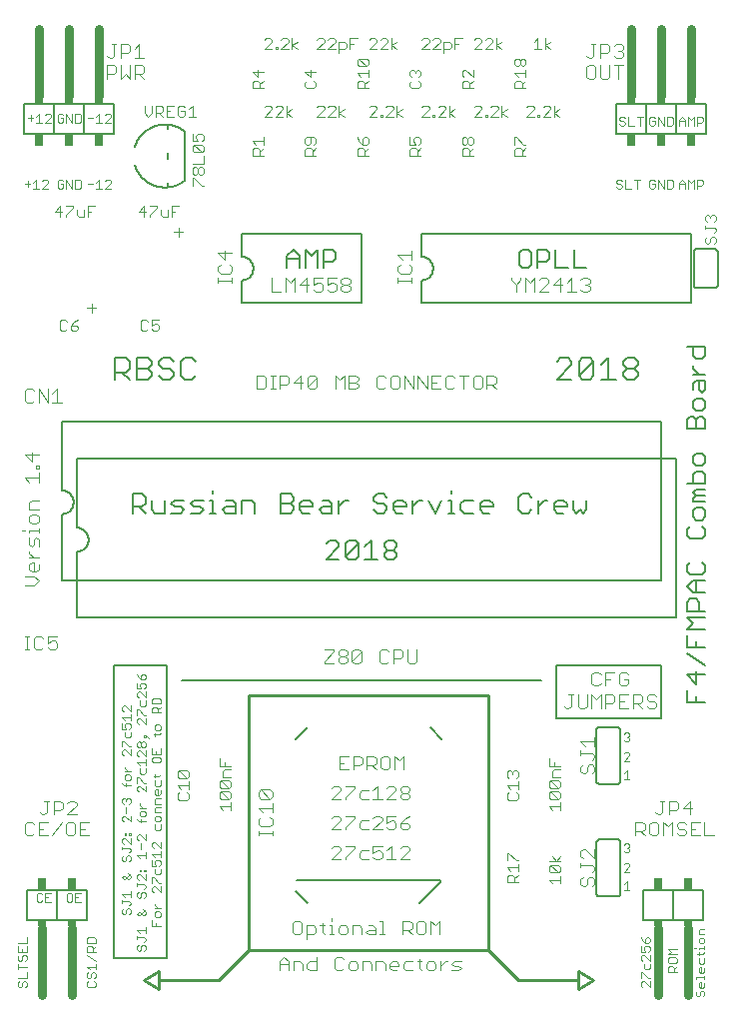
<source format=gto>
G75*
%MOIN*%
%OFA0B0*%
%FSLAX25Y25*%
%IPPOS*%
%LPD*%
%AMOC8*
5,1,8,0,0,1.08239X$1,22.5*
%
%ADD10C,0.00400*%
%ADD11C,0.00300*%
%ADD12C,0.00500*%
%ADD13C,0.01000*%
%ADD14C,0.00600*%
%ADD15C,0.03000*%
%ADD16R,0.03000X0.02000*%
%ADD17R,0.03000X0.04000*%
%ADD18C,0.00800*%
D10*
X0006948Y0056700D02*
X0008482Y0056700D01*
X0009250Y0057467D01*
X0010784Y0056700D02*
X0010784Y0061304D01*
X0013854Y0061304D01*
X0012735Y0063700D02*
X0011967Y0063700D01*
X0011200Y0064467D01*
X0012735Y0063700D02*
X0013502Y0064467D01*
X0013502Y0068304D01*
X0012735Y0068304D02*
X0014269Y0068304D01*
X0015804Y0068304D02*
X0015804Y0063700D01*
X0015804Y0065235D02*
X0018106Y0065235D01*
X0018873Y0066002D01*
X0018873Y0067537D01*
X0018106Y0068304D01*
X0015804Y0068304D01*
X0020408Y0067537D02*
X0021175Y0068304D01*
X0022710Y0068304D01*
X0023477Y0067537D01*
X0023477Y0066769D01*
X0020408Y0063700D01*
X0023477Y0063700D01*
X0024596Y0061304D02*
X0024596Y0056700D01*
X0027665Y0056700D01*
X0026131Y0059002D02*
X0024596Y0059002D01*
X0023061Y0060537D02*
X0022294Y0061304D01*
X0020759Y0061304D01*
X0019992Y0060537D01*
X0019992Y0057467D01*
X0020759Y0056700D01*
X0022294Y0056700D01*
X0023061Y0057467D01*
X0023061Y0060537D01*
X0024596Y0061304D02*
X0027665Y0061304D01*
X0018457Y0061304D02*
X0015388Y0056700D01*
X0013854Y0056700D02*
X0010784Y0056700D01*
X0010784Y0059002D02*
X0012319Y0059002D01*
X0009250Y0060537D02*
X0008482Y0061304D01*
X0006948Y0061304D01*
X0006180Y0060537D01*
X0006180Y0057467D01*
X0006948Y0056700D01*
X0006967Y0118700D02*
X0006967Y0123304D01*
X0006200Y0123304D02*
X0007735Y0123304D01*
X0009269Y0122537D02*
X0009269Y0119467D01*
X0010037Y0118700D01*
X0011571Y0118700D01*
X0012339Y0119467D01*
X0013873Y0119467D02*
X0014641Y0118700D01*
X0016175Y0118700D01*
X0016942Y0119467D01*
X0016942Y0121002D01*
X0016175Y0121769D01*
X0015408Y0121769D01*
X0013873Y0121002D01*
X0013873Y0123304D01*
X0016942Y0123304D01*
X0012339Y0122537D02*
X0011571Y0123304D01*
X0010037Y0123304D01*
X0009269Y0122537D01*
X0007735Y0118700D02*
X0006200Y0118700D01*
X0006196Y0140161D02*
X0009265Y0140161D01*
X0010800Y0141695D01*
X0009265Y0143230D01*
X0006196Y0143230D01*
X0007731Y0145532D02*
X0007731Y0147067D01*
X0008498Y0147834D01*
X0009265Y0147834D01*
X0009265Y0144765D01*
X0008498Y0144765D02*
X0007731Y0145532D01*
X0008498Y0144765D02*
X0010033Y0144765D01*
X0010800Y0145532D01*
X0010800Y0147067D01*
X0010800Y0149369D02*
X0007731Y0149369D01*
X0007731Y0150903D02*
X0007731Y0151670D01*
X0007731Y0150903D02*
X0009265Y0149369D01*
X0008498Y0153205D02*
X0007731Y0153972D01*
X0007731Y0156274D01*
X0007731Y0157809D02*
X0007731Y0158576D01*
X0010800Y0158576D01*
X0010800Y0157809D02*
X0010800Y0159344D01*
X0010033Y0160878D02*
X0010800Y0161646D01*
X0010800Y0163180D01*
X0010033Y0163948D01*
X0008498Y0163948D01*
X0007731Y0163180D01*
X0007731Y0161646D01*
X0008498Y0160878D01*
X0010033Y0160878D01*
X0010033Y0156274D02*
X0009265Y0155507D01*
X0009265Y0153972D01*
X0008498Y0153205D01*
X0010800Y0153205D02*
X0010800Y0155507D01*
X0010033Y0156274D01*
X0006196Y0158576D02*
X0005429Y0158576D01*
X0007731Y0165482D02*
X0007731Y0167784D01*
X0008498Y0168552D01*
X0010800Y0168552D01*
X0010800Y0165482D02*
X0007731Y0165482D01*
X0007731Y0174690D02*
X0006196Y0176225D01*
X0010800Y0176225D01*
X0010800Y0177759D02*
X0010800Y0174690D01*
X0010800Y0179294D02*
X0010800Y0180061D01*
X0010033Y0180061D01*
X0010033Y0179294D01*
X0010800Y0179294D01*
X0008498Y0181596D02*
X0008498Y0184665D01*
X0006196Y0183898D02*
X0008498Y0181596D01*
X0010800Y0183898D02*
X0006196Y0183898D01*
X0006967Y0201200D02*
X0008502Y0201200D01*
X0009269Y0201967D01*
X0010804Y0201200D02*
X0010804Y0205804D01*
X0013873Y0201200D01*
X0013873Y0205804D01*
X0015408Y0204269D02*
X0016942Y0205804D01*
X0016942Y0201200D01*
X0015408Y0201200D02*
X0018477Y0201200D01*
X0009269Y0205037D02*
X0008502Y0205804D01*
X0006967Y0205804D01*
X0006200Y0205037D01*
X0006200Y0201967D01*
X0006967Y0201200D01*
X0028498Y0231200D02*
X0028498Y0234269D01*
X0026963Y0232735D02*
X0030033Y0232735D01*
X0055963Y0258131D02*
X0059033Y0258131D01*
X0057498Y0256596D02*
X0057498Y0259665D01*
X0070696Y0251175D02*
X0072998Y0248873D01*
X0072998Y0251942D01*
X0075300Y0251175D02*
X0070696Y0251175D01*
X0071463Y0247339D02*
X0070696Y0246571D01*
X0070696Y0245037D01*
X0071463Y0244269D01*
X0074533Y0244269D01*
X0075300Y0245037D01*
X0075300Y0246571D01*
X0074533Y0247339D01*
X0075300Y0242735D02*
X0075300Y0241200D01*
X0075300Y0241967D02*
X0070696Y0241967D01*
X0070696Y0241200D02*
X0070696Y0242735D01*
X0088700Y0242804D02*
X0088700Y0238200D01*
X0091769Y0238200D01*
X0093304Y0238200D02*
X0093304Y0242804D01*
X0094839Y0241269D01*
X0096373Y0242804D01*
X0096373Y0238200D01*
X0097908Y0240502D02*
X0100977Y0240502D01*
X0102512Y0240502D02*
X0102512Y0242804D01*
X0105581Y0242804D01*
X0107116Y0242804D02*
X0107116Y0240502D01*
X0108650Y0241269D01*
X0109418Y0241269D01*
X0110185Y0240502D01*
X0110185Y0238967D01*
X0109418Y0238200D01*
X0107883Y0238200D01*
X0107116Y0238967D01*
X0105581Y0238967D02*
X0104814Y0238200D01*
X0103279Y0238200D01*
X0102512Y0238967D01*
X0102512Y0240502D02*
X0104046Y0241269D01*
X0104814Y0241269D01*
X0105581Y0240502D01*
X0105581Y0238967D01*
X0107116Y0242804D02*
X0110185Y0242804D01*
X0111720Y0242037D02*
X0111720Y0241269D01*
X0112487Y0240502D01*
X0114022Y0240502D01*
X0114789Y0239735D01*
X0114789Y0238967D01*
X0114022Y0238200D01*
X0112487Y0238200D01*
X0111720Y0238967D01*
X0111720Y0239735D01*
X0112487Y0240502D01*
X0114022Y0240502D02*
X0114789Y0241269D01*
X0114789Y0242037D01*
X0114022Y0242804D01*
X0112487Y0242804D01*
X0111720Y0242037D01*
X0100210Y0242804D02*
X0100210Y0238200D01*
X0097908Y0240502D02*
X0100210Y0242804D01*
X0101348Y0210304D02*
X0100581Y0209537D01*
X0100581Y0206467D01*
X0103650Y0209537D01*
X0103650Y0206467D01*
X0102883Y0205700D01*
X0101348Y0205700D01*
X0100581Y0206467D01*
X0099046Y0208002D02*
X0095977Y0208002D01*
X0098279Y0210304D01*
X0098279Y0205700D01*
X0094442Y0208002D02*
X0093675Y0207235D01*
X0091373Y0207235D01*
X0091373Y0205700D02*
X0091373Y0210304D01*
X0093675Y0210304D01*
X0094442Y0209537D01*
X0094442Y0208002D01*
X0089839Y0210304D02*
X0088304Y0210304D01*
X0089071Y0210304D02*
X0089071Y0205700D01*
X0088304Y0205700D02*
X0089839Y0205700D01*
X0086769Y0206467D02*
X0086769Y0209537D01*
X0086002Y0210304D01*
X0083700Y0210304D01*
X0083700Y0205700D01*
X0086002Y0205700D01*
X0086769Y0206467D01*
X0101348Y0210304D02*
X0102883Y0210304D01*
X0103650Y0209537D01*
X0109789Y0210304D02*
X0109789Y0205700D01*
X0112858Y0205700D02*
X0112858Y0210304D01*
X0111324Y0208769D01*
X0109789Y0210304D01*
X0114393Y0210304D02*
X0114393Y0205700D01*
X0116695Y0205700D01*
X0117462Y0206467D01*
X0117462Y0207235D01*
X0116695Y0208002D01*
X0114393Y0208002D01*
X0116695Y0208002D02*
X0117462Y0208769D01*
X0117462Y0209537D01*
X0116695Y0210304D01*
X0114393Y0210304D01*
X0123601Y0209537D02*
X0123601Y0206467D01*
X0124368Y0205700D01*
X0125903Y0205700D01*
X0126670Y0206467D01*
X0128205Y0206467D02*
X0128205Y0209537D01*
X0128972Y0210304D01*
X0130507Y0210304D01*
X0131274Y0209537D01*
X0131274Y0206467D01*
X0130507Y0205700D01*
X0128972Y0205700D01*
X0128205Y0206467D01*
X0126670Y0209537D02*
X0125903Y0210304D01*
X0124368Y0210304D01*
X0123601Y0209537D01*
X0132809Y0210304D02*
X0132809Y0205700D01*
X0135878Y0205700D02*
X0132809Y0210304D01*
X0135878Y0210304D02*
X0135878Y0205700D01*
X0137412Y0205700D02*
X0137412Y0210304D01*
X0140482Y0205700D01*
X0140482Y0210304D01*
X0142016Y0210304D02*
X0142016Y0205700D01*
X0145086Y0205700D01*
X0146620Y0206467D02*
X0147388Y0205700D01*
X0148922Y0205700D01*
X0149690Y0206467D01*
X0149690Y0209537D02*
X0148922Y0210304D01*
X0147388Y0210304D01*
X0146620Y0209537D01*
X0146620Y0206467D01*
X0143551Y0208002D02*
X0142016Y0208002D01*
X0142016Y0210304D02*
X0145086Y0210304D01*
X0151224Y0210304D02*
X0154294Y0210304D01*
X0152759Y0210304D02*
X0152759Y0205700D01*
X0155828Y0206467D02*
X0155828Y0209537D01*
X0156595Y0210304D01*
X0158130Y0210304D01*
X0158897Y0209537D01*
X0158897Y0206467D01*
X0158130Y0205700D01*
X0156595Y0205700D01*
X0155828Y0206467D01*
X0160432Y0205700D02*
X0160432Y0210304D01*
X0162734Y0210304D01*
X0163501Y0209537D01*
X0163501Y0208002D01*
X0162734Y0207235D01*
X0160432Y0207235D01*
X0161967Y0207235D02*
X0163501Y0205700D01*
X0170235Y0238200D02*
X0170235Y0240502D01*
X0171769Y0242037D01*
X0171769Y0242804D01*
X0173304Y0242804D02*
X0173304Y0238200D01*
X0176373Y0238200D02*
X0176373Y0242804D01*
X0174839Y0241269D01*
X0173304Y0242804D01*
X0177908Y0242037D02*
X0178675Y0242804D01*
X0180210Y0242804D01*
X0180977Y0242037D01*
X0180977Y0241269D01*
X0177908Y0238200D01*
X0180977Y0238200D01*
X0182512Y0240502D02*
X0185581Y0240502D01*
X0187116Y0241269D02*
X0188650Y0242804D01*
X0188650Y0238200D01*
X0187116Y0238200D02*
X0190185Y0238200D01*
X0191720Y0238967D02*
X0192487Y0238200D01*
X0194022Y0238200D01*
X0194789Y0238967D01*
X0194789Y0239735D01*
X0194022Y0240502D01*
X0193254Y0240502D01*
X0194022Y0240502D02*
X0194789Y0241269D01*
X0194789Y0242037D01*
X0194022Y0242804D01*
X0192487Y0242804D01*
X0191720Y0242037D01*
X0184814Y0242804D02*
X0184814Y0238200D01*
X0182512Y0240502D02*
X0184814Y0242804D01*
X0170235Y0240502D02*
X0168700Y0242037D01*
X0168700Y0242804D01*
X0135300Y0242735D02*
X0135300Y0241200D01*
X0135300Y0241967D02*
X0130696Y0241967D01*
X0130696Y0241200D02*
X0130696Y0242735D01*
X0131463Y0244269D02*
X0134533Y0244269D01*
X0135300Y0245037D01*
X0135300Y0246571D01*
X0134533Y0247339D01*
X0135300Y0248873D02*
X0135300Y0251942D01*
X0135300Y0250408D02*
X0130696Y0250408D01*
X0132231Y0248873D01*
X0131463Y0247339D02*
X0130696Y0246571D01*
X0130696Y0245037D01*
X0131463Y0244269D01*
X0194467Y0309200D02*
X0196002Y0309200D01*
X0196769Y0309967D01*
X0196769Y0313037D01*
X0196002Y0313804D01*
X0194467Y0313804D01*
X0193700Y0313037D01*
X0193700Y0309967D01*
X0194467Y0309200D01*
X0198304Y0309967D02*
X0198304Y0313804D01*
X0198304Y0316200D02*
X0198304Y0320804D01*
X0200606Y0320804D01*
X0201373Y0320037D01*
X0201373Y0318502D01*
X0200606Y0317735D01*
X0198304Y0317735D01*
X0196002Y0316967D02*
X0195235Y0316200D01*
X0194467Y0316200D01*
X0193700Y0316967D01*
X0196002Y0316967D02*
X0196002Y0320804D01*
X0195235Y0320804D02*
X0196769Y0320804D01*
X0201373Y0313804D02*
X0201373Y0309967D01*
X0200606Y0309200D01*
X0199071Y0309200D01*
X0198304Y0309967D01*
X0202908Y0313804D02*
X0205977Y0313804D01*
X0204442Y0313804D02*
X0204442Y0309200D01*
X0203675Y0316200D02*
X0202908Y0316967D01*
X0203675Y0316200D02*
X0205210Y0316200D01*
X0205977Y0316967D01*
X0205977Y0317735D01*
X0205210Y0318502D01*
X0204442Y0318502D01*
X0205210Y0318502D02*
X0205977Y0319269D01*
X0205977Y0320037D01*
X0205210Y0320804D01*
X0203675Y0320804D01*
X0202908Y0320037D01*
X0233797Y0263919D02*
X0234398Y0263919D01*
X0234998Y0263318D01*
X0235599Y0263919D01*
X0236199Y0263919D01*
X0236800Y0263318D01*
X0236800Y0262117D01*
X0236199Y0261517D01*
X0234998Y0262718D02*
X0234998Y0263318D01*
X0233797Y0263919D02*
X0233197Y0263318D01*
X0233197Y0262117D01*
X0233797Y0261517D01*
X0233197Y0260236D02*
X0233197Y0259035D01*
X0233197Y0259635D02*
X0236199Y0259635D01*
X0236800Y0259035D01*
X0236800Y0258434D01*
X0236199Y0257834D01*
X0236199Y0256553D02*
X0235599Y0256553D01*
X0234998Y0255952D01*
X0234998Y0254751D01*
X0234398Y0254151D01*
X0233797Y0254151D01*
X0233197Y0254751D01*
X0233197Y0255952D01*
X0233797Y0256553D01*
X0236199Y0256553D02*
X0236800Y0255952D01*
X0236800Y0254751D01*
X0236199Y0254151D01*
X0136893Y0118804D02*
X0136893Y0114967D01*
X0136126Y0114200D01*
X0134591Y0114200D01*
X0133824Y0114967D01*
X0133824Y0118804D01*
X0132289Y0118037D02*
X0132289Y0116502D01*
X0131522Y0115735D01*
X0129220Y0115735D01*
X0129220Y0114200D02*
X0129220Y0118804D01*
X0131522Y0118804D01*
X0132289Y0118037D01*
X0127685Y0118037D02*
X0126918Y0118804D01*
X0125383Y0118804D01*
X0124616Y0118037D01*
X0124616Y0114967D01*
X0125383Y0114200D01*
X0126918Y0114200D01*
X0127685Y0114967D01*
X0118477Y0114967D02*
X0117710Y0114200D01*
X0116175Y0114200D01*
X0115408Y0114967D01*
X0118477Y0118037D01*
X0118477Y0114967D01*
X0118477Y0118037D02*
X0117710Y0118804D01*
X0116175Y0118804D01*
X0115408Y0118037D01*
X0115408Y0114967D01*
X0113873Y0114967D02*
X0113106Y0114200D01*
X0111571Y0114200D01*
X0110804Y0114967D01*
X0110804Y0115735D01*
X0111571Y0116502D01*
X0113106Y0116502D01*
X0113873Y0115735D01*
X0113873Y0114967D01*
X0113106Y0116502D02*
X0113873Y0117269D01*
X0113873Y0118037D01*
X0113106Y0118804D01*
X0111571Y0118804D01*
X0110804Y0118037D01*
X0110804Y0117269D01*
X0111571Y0116502D01*
X0109269Y0118037D02*
X0109269Y0118804D01*
X0106200Y0118804D01*
X0109269Y0118037D02*
X0106200Y0114967D01*
X0106200Y0114200D01*
X0109269Y0114200D01*
X0111200Y0083304D02*
X0111200Y0078700D01*
X0114269Y0078700D01*
X0115804Y0078700D02*
X0115804Y0083304D01*
X0118106Y0083304D01*
X0118873Y0082537D01*
X0118873Y0081002D01*
X0118106Y0080235D01*
X0115804Y0080235D01*
X0114269Y0083304D02*
X0111200Y0083304D01*
X0111200Y0081002D02*
X0112735Y0081002D01*
X0113180Y0073304D02*
X0116250Y0073304D01*
X0116250Y0072537D01*
X0113180Y0069467D01*
X0113180Y0068700D01*
X0111646Y0068700D02*
X0108576Y0068700D01*
X0111646Y0071769D01*
X0111646Y0072537D01*
X0110878Y0073304D01*
X0109344Y0073304D01*
X0108576Y0072537D01*
X0109344Y0063304D02*
X0108576Y0062537D01*
X0109344Y0063304D02*
X0110878Y0063304D01*
X0111646Y0062537D01*
X0111646Y0061769D01*
X0108576Y0058700D01*
X0111646Y0058700D01*
X0113180Y0058700D02*
X0113180Y0059467D01*
X0116250Y0062537D01*
X0116250Y0063304D01*
X0113180Y0063304D01*
X0117784Y0061002D02*
X0117784Y0059467D01*
X0118552Y0058700D01*
X0120854Y0058700D01*
X0122388Y0058700D02*
X0125457Y0061769D01*
X0125457Y0062537D01*
X0124690Y0063304D01*
X0123155Y0063304D01*
X0122388Y0062537D01*
X0120854Y0061769D02*
X0118552Y0061769D01*
X0117784Y0061002D01*
X0122388Y0058700D02*
X0125457Y0058700D01*
X0126992Y0059467D02*
X0127759Y0058700D01*
X0129294Y0058700D01*
X0130061Y0059467D01*
X0130061Y0061002D01*
X0129294Y0061769D01*
X0128527Y0061769D01*
X0126992Y0061002D01*
X0126992Y0063304D01*
X0130061Y0063304D01*
X0131596Y0061002D02*
X0133898Y0061002D01*
X0134665Y0060235D01*
X0134665Y0059467D01*
X0133898Y0058700D01*
X0132363Y0058700D01*
X0131596Y0059467D01*
X0131596Y0061002D01*
X0133131Y0062537D01*
X0134665Y0063304D01*
X0133898Y0068700D02*
X0132363Y0068700D01*
X0131596Y0069467D01*
X0131596Y0070235D01*
X0132363Y0071002D01*
X0133898Y0071002D01*
X0134665Y0070235D01*
X0134665Y0069467D01*
X0133898Y0068700D01*
X0133898Y0071002D02*
X0134665Y0071769D01*
X0134665Y0072537D01*
X0133898Y0073304D01*
X0132363Y0073304D01*
X0131596Y0072537D01*
X0131596Y0071769D01*
X0132363Y0071002D01*
X0130061Y0071769D02*
X0130061Y0072537D01*
X0129294Y0073304D01*
X0127759Y0073304D01*
X0126992Y0072537D01*
X0123923Y0073304D02*
X0123923Y0068700D01*
X0125457Y0068700D02*
X0122388Y0068700D01*
X0120854Y0068700D02*
X0118552Y0068700D01*
X0117784Y0069467D01*
X0117784Y0071002D01*
X0118552Y0071769D01*
X0120854Y0071769D01*
X0122388Y0071769D02*
X0123923Y0073304D01*
X0123477Y0078700D02*
X0121942Y0080235D01*
X0122710Y0080235D02*
X0120408Y0080235D01*
X0120408Y0078700D02*
X0120408Y0083304D01*
X0122710Y0083304D01*
X0123477Y0082537D01*
X0123477Y0081002D01*
X0122710Y0080235D01*
X0125012Y0079467D02*
X0125779Y0078700D01*
X0127314Y0078700D01*
X0128081Y0079467D01*
X0128081Y0082537D01*
X0127314Y0083304D01*
X0125779Y0083304D01*
X0125012Y0082537D01*
X0125012Y0079467D01*
X0129616Y0078700D02*
X0129616Y0083304D01*
X0131150Y0081769D01*
X0132685Y0083304D01*
X0132685Y0078700D01*
X0130061Y0071769D02*
X0126992Y0068700D01*
X0130061Y0068700D01*
X0128527Y0053304D02*
X0128527Y0048700D01*
X0130061Y0048700D02*
X0126992Y0048700D01*
X0125457Y0049467D02*
X0124690Y0048700D01*
X0123155Y0048700D01*
X0122388Y0049467D01*
X0122388Y0051002D02*
X0123923Y0051769D01*
X0124690Y0051769D01*
X0125457Y0051002D01*
X0125457Y0049467D01*
X0126992Y0051769D02*
X0128527Y0053304D01*
X0125457Y0053304D02*
X0122388Y0053304D01*
X0122388Y0051002D01*
X0120854Y0051769D02*
X0118552Y0051769D01*
X0117784Y0051002D01*
X0117784Y0049467D01*
X0118552Y0048700D01*
X0120854Y0048700D01*
X0116250Y0052537D02*
X0116250Y0053304D01*
X0113180Y0053304D01*
X0111646Y0052537D02*
X0110878Y0053304D01*
X0109344Y0053304D01*
X0108576Y0052537D01*
X0111646Y0052537D02*
X0111646Y0051769D01*
X0108576Y0048700D01*
X0111646Y0048700D01*
X0113180Y0048700D02*
X0113180Y0049467D01*
X0116250Y0052537D01*
X0131596Y0052537D02*
X0132363Y0053304D01*
X0133898Y0053304D01*
X0134665Y0052537D01*
X0134665Y0051769D01*
X0131596Y0048700D01*
X0134665Y0048700D01*
X0134690Y0028304D02*
X0132388Y0028304D01*
X0132388Y0023700D01*
X0132388Y0025235D02*
X0134690Y0025235D01*
X0135457Y0026002D01*
X0135457Y0027537D01*
X0134690Y0028304D01*
X0136992Y0027537D02*
X0136992Y0024467D01*
X0137759Y0023700D01*
X0139294Y0023700D01*
X0140061Y0024467D01*
X0140061Y0027537D01*
X0139294Y0028304D01*
X0137759Y0028304D01*
X0136992Y0027537D01*
X0133923Y0025235D02*
X0135457Y0023700D01*
X0141596Y0023700D02*
X0141596Y0028304D01*
X0143131Y0026769D01*
X0144665Y0028304D01*
X0144665Y0023700D01*
X0144912Y0014769D02*
X0144912Y0011700D01*
X0144912Y0013235D02*
X0146447Y0014769D01*
X0147214Y0014769D01*
X0148749Y0014002D02*
X0149516Y0014769D01*
X0151818Y0014769D01*
X0151051Y0013235D02*
X0151818Y0012467D01*
X0151051Y0011700D01*
X0148749Y0011700D01*
X0149516Y0013235D02*
X0148749Y0014002D01*
X0149516Y0013235D02*
X0151051Y0013235D01*
X0143378Y0012467D02*
X0143378Y0014002D01*
X0142610Y0014769D01*
X0141076Y0014769D01*
X0140309Y0014002D01*
X0140309Y0012467D01*
X0141076Y0011700D01*
X0142610Y0011700D01*
X0143378Y0012467D01*
X0138774Y0011700D02*
X0138007Y0012467D01*
X0138007Y0015537D01*
X0138774Y0014769D02*
X0137239Y0014769D01*
X0135705Y0014769D02*
X0133403Y0014769D01*
X0132635Y0014002D01*
X0132635Y0012467D01*
X0133403Y0011700D01*
X0135705Y0011700D01*
X0131101Y0013235D02*
X0128031Y0013235D01*
X0128031Y0014002D02*
X0128799Y0014769D01*
X0130333Y0014769D01*
X0131101Y0014002D01*
X0131101Y0013235D01*
X0130333Y0011700D02*
X0128799Y0011700D01*
X0128031Y0012467D01*
X0128031Y0014002D01*
X0126497Y0014002D02*
X0126497Y0011700D01*
X0126497Y0014002D02*
X0125729Y0014769D01*
X0123427Y0014769D01*
X0123427Y0011700D01*
X0121893Y0011700D02*
X0121893Y0014002D01*
X0121126Y0014769D01*
X0118824Y0014769D01*
X0118824Y0011700D01*
X0117289Y0012467D02*
X0117289Y0014002D01*
X0116522Y0014769D01*
X0114987Y0014769D01*
X0114220Y0014002D01*
X0114220Y0012467D01*
X0114987Y0011700D01*
X0116522Y0011700D01*
X0117289Y0012467D01*
X0112685Y0012467D02*
X0111918Y0011700D01*
X0110383Y0011700D01*
X0109616Y0012467D01*
X0109616Y0015537D01*
X0110383Y0016304D01*
X0111918Y0016304D01*
X0112685Y0015537D01*
X0113205Y0023700D02*
X0111670Y0023700D01*
X0110903Y0024467D01*
X0110903Y0026002D01*
X0111670Y0026769D01*
X0113205Y0026769D01*
X0113972Y0026002D01*
X0113972Y0024467D01*
X0113205Y0023700D01*
X0115507Y0023700D02*
X0115507Y0026769D01*
X0117809Y0026769D01*
X0118576Y0026002D01*
X0118576Y0023700D01*
X0120111Y0024467D02*
X0120878Y0025235D01*
X0123180Y0025235D01*
X0123180Y0026002D02*
X0123180Y0023700D01*
X0120878Y0023700D01*
X0120111Y0024467D01*
X0120878Y0026769D02*
X0122413Y0026769D01*
X0123180Y0026002D01*
X0124715Y0028304D02*
X0125482Y0028304D01*
X0125482Y0023700D01*
X0124715Y0023700D02*
X0126250Y0023700D01*
X0109368Y0023700D02*
X0107834Y0023700D01*
X0108601Y0023700D02*
X0108601Y0026769D01*
X0107834Y0026769D01*
X0106299Y0026769D02*
X0104765Y0026769D01*
X0105532Y0027537D02*
X0105532Y0024467D01*
X0106299Y0023700D01*
X0108601Y0028304D02*
X0108601Y0029071D01*
X0103230Y0026002D02*
X0103230Y0024467D01*
X0102463Y0023700D01*
X0100161Y0023700D01*
X0100161Y0022165D02*
X0100161Y0026769D01*
X0102463Y0026769D01*
X0103230Y0026002D01*
X0098626Y0027537D02*
X0097859Y0028304D01*
X0096324Y0028304D01*
X0095557Y0027537D01*
X0095557Y0024467D01*
X0096324Y0023700D01*
X0097859Y0023700D01*
X0098626Y0024467D01*
X0098626Y0027537D01*
X0103477Y0016304D02*
X0103477Y0011700D01*
X0101175Y0011700D01*
X0100408Y0012467D01*
X0100408Y0014002D01*
X0101175Y0014769D01*
X0103477Y0014769D01*
X0098873Y0014002D02*
X0098873Y0011700D01*
X0098873Y0014002D02*
X0098106Y0014769D01*
X0095804Y0014769D01*
X0095804Y0011700D01*
X0094269Y0011700D02*
X0094269Y0014769D01*
X0092735Y0016304D01*
X0091200Y0014769D01*
X0091200Y0011700D01*
X0091200Y0014002D02*
X0094269Y0014002D01*
X0088800Y0056700D02*
X0088800Y0058235D01*
X0088800Y0057467D02*
X0084196Y0057467D01*
X0084196Y0056700D02*
X0084196Y0058235D01*
X0084963Y0059769D02*
X0088033Y0059769D01*
X0088800Y0060537D01*
X0088800Y0062071D01*
X0088033Y0062839D01*
X0088800Y0064373D02*
X0088800Y0067442D01*
X0088800Y0065908D02*
X0084196Y0065908D01*
X0085731Y0064373D01*
X0084963Y0062839D02*
X0084196Y0062071D01*
X0084196Y0060537D01*
X0084963Y0059769D01*
X0084963Y0068977D02*
X0084196Y0069744D01*
X0084196Y0071279D01*
X0084963Y0072046D01*
X0088033Y0068977D01*
X0088800Y0069744D01*
X0088800Y0071279D01*
X0088033Y0072046D01*
X0084963Y0072046D01*
X0084963Y0068977D02*
X0088033Y0068977D01*
X0186200Y0099967D02*
X0186967Y0099200D01*
X0187735Y0099200D01*
X0188502Y0099967D01*
X0188502Y0103804D01*
X0187735Y0103804D02*
X0189269Y0103804D01*
X0190804Y0103804D02*
X0190804Y0099967D01*
X0191571Y0099200D01*
X0193106Y0099200D01*
X0193873Y0099967D01*
X0193873Y0103804D01*
X0195408Y0103804D02*
X0195408Y0099200D01*
X0198477Y0099200D02*
X0198477Y0103804D01*
X0196942Y0102269D01*
X0195408Y0103804D01*
X0196175Y0106700D02*
X0197710Y0106700D01*
X0198477Y0107467D01*
X0200012Y0106700D02*
X0200012Y0111304D01*
X0203081Y0111304D01*
X0204616Y0110537D02*
X0204616Y0107467D01*
X0205383Y0106700D01*
X0206918Y0106700D01*
X0207685Y0107467D01*
X0207685Y0109002D01*
X0206150Y0109002D01*
X0204616Y0110537D02*
X0205383Y0111304D01*
X0206918Y0111304D01*
X0207685Y0110537D01*
X0207685Y0103804D02*
X0204616Y0103804D01*
X0204616Y0099200D01*
X0207685Y0099200D01*
X0209220Y0099200D02*
X0209220Y0103804D01*
X0211522Y0103804D01*
X0212289Y0103037D01*
X0212289Y0101502D01*
X0211522Y0100735D01*
X0209220Y0100735D01*
X0210754Y0100735D02*
X0212289Y0099200D01*
X0213824Y0099967D02*
X0214591Y0099200D01*
X0216126Y0099200D01*
X0216893Y0099967D01*
X0216893Y0100735D01*
X0216126Y0101502D01*
X0214591Y0101502D01*
X0213824Y0102269D01*
X0213824Y0103037D01*
X0214591Y0103804D01*
X0216126Y0103804D01*
X0216893Y0103037D01*
X0206150Y0101502D02*
X0204616Y0101502D01*
X0203081Y0101502D02*
X0203081Y0103037D01*
X0202314Y0103804D01*
X0200012Y0103804D01*
X0200012Y0099200D01*
X0200012Y0100735D02*
X0202314Y0100735D01*
X0203081Y0101502D01*
X0201546Y0109002D02*
X0200012Y0109002D01*
X0198477Y0110537D02*
X0197710Y0111304D01*
X0196175Y0111304D01*
X0195408Y0110537D01*
X0195408Y0107467D01*
X0196175Y0106700D01*
X0196300Y0089665D02*
X0196300Y0086596D01*
X0196300Y0088131D02*
X0191696Y0088131D01*
X0193231Y0086596D01*
X0191696Y0085061D02*
X0191696Y0083527D01*
X0191696Y0084294D02*
X0195533Y0084294D01*
X0196300Y0083527D01*
X0196300Y0082759D01*
X0195533Y0081992D01*
X0195533Y0080457D02*
X0196300Y0079690D01*
X0196300Y0078156D01*
X0195533Y0077388D01*
X0193998Y0078156D02*
X0193998Y0079690D01*
X0194765Y0080457D01*
X0195533Y0080457D01*
X0193998Y0078156D02*
X0193231Y0077388D01*
X0192463Y0077388D01*
X0191696Y0078156D01*
X0191696Y0079690D01*
X0192463Y0080457D01*
X0210076Y0061304D02*
X0210076Y0056700D01*
X0210076Y0058235D02*
X0212378Y0058235D01*
X0213146Y0059002D01*
X0213146Y0060537D01*
X0212378Y0061304D01*
X0210076Y0061304D01*
X0211611Y0058235D02*
X0213146Y0056700D01*
X0214680Y0057467D02*
X0214680Y0060537D01*
X0215448Y0061304D01*
X0216982Y0061304D01*
X0217750Y0060537D01*
X0217750Y0057467D01*
X0216982Y0056700D01*
X0215448Y0056700D01*
X0214680Y0057467D01*
X0219284Y0056700D02*
X0219284Y0061304D01*
X0220819Y0059769D01*
X0222354Y0061304D01*
X0222354Y0056700D01*
X0223888Y0057467D02*
X0224655Y0056700D01*
X0226190Y0056700D01*
X0226957Y0057467D01*
X0226957Y0058235D01*
X0226190Y0059002D01*
X0224655Y0059002D01*
X0223888Y0059769D01*
X0223888Y0060537D01*
X0224655Y0061304D01*
X0226190Y0061304D01*
X0226957Y0060537D01*
X0228492Y0061304D02*
X0228492Y0056700D01*
X0231561Y0056700D01*
X0233096Y0056700D02*
X0236165Y0056700D01*
X0233096Y0056700D02*
X0233096Y0061304D01*
X0231561Y0061304D02*
X0228492Y0061304D01*
X0228492Y0059002D02*
X0230027Y0059002D01*
X0228210Y0063700D02*
X0228210Y0068304D01*
X0225908Y0066002D01*
X0228977Y0066002D01*
X0224373Y0066002D02*
X0223606Y0065235D01*
X0221304Y0065235D01*
X0221304Y0063700D02*
X0221304Y0068304D01*
X0223606Y0068304D01*
X0224373Y0067537D01*
X0224373Y0066002D01*
X0219769Y0068304D02*
X0218235Y0068304D01*
X0219002Y0068304D02*
X0219002Y0064467D01*
X0218235Y0063700D01*
X0217467Y0063700D01*
X0216700Y0064467D01*
X0196300Y0052165D02*
X0196300Y0049096D01*
X0193231Y0052165D01*
X0192463Y0052165D01*
X0191696Y0051398D01*
X0191696Y0049863D01*
X0192463Y0049096D01*
X0191696Y0047561D02*
X0191696Y0046027D01*
X0191696Y0046794D02*
X0195533Y0046794D01*
X0196300Y0046027D01*
X0196300Y0045259D01*
X0195533Y0044492D01*
X0195533Y0042957D02*
X0196300Y0042190D01*
X0196300Y0040656D01*
X0195533Y0039888D01*
X0193998Y0040656D02*
X0193998Y0042190D01*
X0194765Y0042957D01*
X0195533Y0042957D01*
X0193998Y0040656D02*
X0193231Y0039888D01*
X0192463Y0039888D01*
X0191696Y0040656D01*
X0191696Y0042190D01*
X0192463Y0042957D01*
X0045977Y0309200D02*
X0044442Y0310735D01*
X0045210Y0310735D02*
X0042908Y0310735D01*
X0042908Y0309200D02*
X0042908Y0313804D01*
X0045210Y0313804D01*
X0045977Y0313037D01*
X0045977Y0311502D01*
X0045210Y0310735D01*
X0041373Y0309200D02*
X0041373Y0313804D01*
X0042908Y0316200D02*
X0045977Y0316200D01*
X0044442Y0316200D02*
X0044442Y0320804D01*
X0042908Y0319269D01*
X0041373Y0318502D02*
X0040606Y0317735D01*
X0038304Y0317735D01*
X0038304Y0316200D02*
X0038304Y0320804D01*
X0040606Y0320804D01*
X0041373Y0320037D01*
X0041373Y0318502D01*
X0036769Y0320804D02*
X0035235Y0320804D01*
X0036002Y0320804D02*
X0036002Y0316967D01*
X0035235Y0316200D01*
X0034467Y0316200D01*
X0033700Y0316967D01*
X0033700Y0313804D02*
X0036002Y0313804D01*
X0036769Y0313037D01*
X0036769Y0311502D01*
X0036002Y0310735D01*
X0033700Y0310735D01*
X0033700Y0309200D02*
X0033700Y0313804D01*
X0038304Y0313804D02*
X0038304Y0309200D01*
X0039839Y0310735D01*
X0041373Y0309200D01*
D11*
X0004915Y0006150D02*
X0004431Y0006150D01*
X0003948Y0006634D01*
X0003948Y0007601D01*
X0004431Y0008085D01*
X0005399Y0007601D02*
X0005883Y0008085D01*
X0006366Y0008085D01*
X0006850Y0007601D01*
X0006850Y0006634D01*
X0006366Y0006150D01*
X0005399Y0006634D02*
X0004915Y0006150D01*
X0005399Y0006634D02*
X0005399Y0007601D01*
X0006850Y0009097D02*
X0006850Y0011031D01*
X0006850Y0009097D02*
X0003948Y0009097D01*
X0003948Y0012043D02*
X0003948Y0013978D01*
X0003948Y0013011D02*
X0006850Y0013011D01*
X0006366Y0014990D02*
X0006850Y0015473D01*
X0006850Y0016441D01*
X0006366Y0016925D01*
X0005883Y0016925D01*
X0005399Y0016441D01*
X0005399Y0015473D01*
X0004915Y0014990D01*
X0004431Y0014990D01*
X0003948Y0015473D01*
X0003948Y0016441D01*
X0004431Y0016925D01*
X0003948Y0017936D02*
X0006850Y0017936D01*
X0006850Y0019871D01*
X0006850Y0020883D02*
X0006850Y0022818D01*
X0006850Y0020883D02*
X0003948Y0020883D01*
X0003948Y0019871D02*
X0003948Y0017936D01*
X0005399Y0017936D02*
X0005399Y0018904D01*
X0010634Y0034650D02*
X0011601Y0034650D01*
X0012085Y0035134D01*
X0013097Y0034650D02*
X0015031Y0034650D01*
X0014064Y0036101D02*
X0013097Y0036101D01*
X0012085Y0037069D02*
X0011601Y0037552D01*
X0010634Y0037552D01*
X0010150Y0037069D01*
X0010150Y0035134D01*
X0010634Y0034650D01*
X0013097Y0034650D02*
X0013097Y0037552D01*
X0015031Y0037552D01*
X0020150Y0037069D02*
X0020150Y0035134D01*
X0020634Y0034650D01*
X0021601Y0034650D01*
X0022085Y0035134D01*
X0022085Y0037069D01*
X0021601Y0037552D01*
X0020634Y0037552D01*
X0020150Y0037069D01*
X0023097Y0037552D02*
X0023097Y0034650D01*
X0025031Y0034650D01*
X0024064Y0036101D02*
X0023097Y0036101D01*
X0023097Y0037552D02*
X0025031Y0037552D01*
X0027431Y0022818D02*
X0026948Y0022334D01*
X0026948Y0020883D01*
X0029850Y0020883D01*
X0029850Y0022334D01*
X0029366Y0022818D01*
X0027431Y0022818D01*
X0027431Y0019871D02*
X0028399Y0019871D01*
X0028883Y0019387D01*
X0028883Y0017936D01*
X0029850Y0017936D02*
X0026948Y0017936D01*
X0026948Y0019387D01*
X0027431Y0019871D01*
X0028883Y0018904D02*
X0029850Y0019871D01*
X0026948Y0016925D02*
X0029850Y0014990D01*
X0029850Y0013978D02*
X0029850Y0012043D01*
X0029850Y0013011D02*
X0026948Y0013011D01*
X0027915Y0012043D01*
X0027431Y0011031D02*
X0026948Y0010548D01*
X0026948Y0009580D01*
X0027431Y0009097D01*
X0027915Y0009097D01*
X0028399Y0009580D01*
X0028399Y0010548D01*
X0028883Y0011031D01*
X0029366Y0011031D01*
X0029850Y0010548D01*
X0029850Y0009580D01*
X0029366Y0009097D01*
X0029366Y0008085D02*
X0029850Y0007601D01*
X0029850Y0006634D01*
X0029366Y0006150D01*
X0027431Y0006150D01*
X0026948Y0006634D01*
X0026948Y0007601D01*
X0027431Y0008085D01*
X0043648Y0018827D02*
X0044131Y0018344D01*
X0044615Y0018344D01*
X0045099Y0018827D01*
X0045099Y0019795D01*
X0045583Y0020279D01*
X0046066Y0020279D01*
X0046550Y0019795D01*
X0046550Y0018827D01*
X0046066Y0018344D01*
X0043648Y0018827D02*
X0043648Y0019795D01*
X0044131Y0020279D01*
X0043648Y0022258D02*
X0043648Y0023225D01*
X0043648Y0022741D02*
X0046066Y0022741D01*
X0046550Y0022258D01*
X0046550Y0021774D01*
X0046066Y0021290D01*
X0046550Y0024237D02*
X0046550Y0026172D01*
X0046550Y0025204D02*
X0043648Y0025204D01*
X0044615Y0024237D01*
X0048648Y0026549D02*
X0048648Y0028484D01*
X0050099Y0027517D02*
X0050099Y0026549D01*
X0051550Y0026549D02*
X0048648Y0026549D01*
X0050099Y0029496D02*
X0051066Y0029496D01*
X0051550Y0029980D01*
X0051550Y0030947D01*
X0051066Y0031431D01*
X0050099Y0031431D01*
X0049615Y0030947D01*
X0049615Y0029980D01*
X0050099Y0029496D01*
X0050583Y0032442D02*
X0049615Y0033410D01*
X0049615Y0033894D01*
X0049615Y0032442D02*
X0051550Y0032442D01*
X0046550Y0032065D02*
X0044615Y0030130D01*
X0044131Y0030130D01*
X0043648Y0030613D01*
X0044131Y0031097D01*
X0044615Y0031097D01*
X0045583Y0030130D01*
X0046066Y0030130D01*
X0046550Y0030613D01*
X0046550Y0031097D01*
X0045583Y0032065D01*
X0046066Y0036023D02*
X0046550Y0036506D01*
X0046550Y0037474D01*
X0046066Y0037958D01*
X0045583Y0037958D01*
X0045099Y0037474D01*
X0045099Y0036506D01*
X0044615Y0036023D01*
X0044131Y0036023D01*
X0043648Y0036506D01*
X0043648Y0037474D01*
X0044131Y0037958D01*
X0043648Y0039937D02*
X0043648Y0040904D01*
X0043648Y0040420D02*
X0046066Y0040420D01*
X0046550Y0039937D01*
X0046550Y0039453D01*
X0046066Y0038969D01*
X0048648Y0039296D02*
X0049131Y0039779D01*
X0049615Y0039779D01*
X0051550Y0037844D01*
X0051550Y0039779D01*
X0051550Y0040791D02*
X0051066Y0040791D01*
X0049131Y0042726D01*
X0048648Y0042726D01*
X0048648Y0040791D01*
X0048648Y0039296D02*
X0048648Y0038328D01*
X0049131Y0037844D01*
X0046550Y0041916D02*
X0044615Y0043851D01*
X0044131Y0043851D01*
X0043648Y0043367D01*
X0043648Y0042399D01*
X0044131Y0041916D01*
X0046550Y0041916D02*
X0046550Y0043851D01*
X0046550Y0044862D02*
X0046066Y0044862D01*
X0046066Y0045346D01*
X0046550Y0045346D01*
X0046550Y0044862D01*
X0045099Y0044862D02*
X0044615Y0044862D01*
X0044615Y0045346D01*
X0045099Y0045346D01*
X0045099Y0044862D01*
X0041550Y0044155D02*
X0039615Y0042220D01*
X0039131Y0042220D01*
X0038648Y0042703D01*
X0039131Y0043187D01*
X0039615Y0043187D01*
X0040583Y0042220D01*
X0041066Y0042220D01*
X0041550Y0042703D01*
X0041550Y0043187D01*
X0040583Y0044155D01*
X0041066Y0048113D02*
X0041550Y0048596D01*
X0041550Y0049564D01*
X0041066Y0050048D01*
X0040583Y0050048D01*
X0040099Y0049564D01*
X0040099Y0048596D01*
X0039615Y0048113D01*
X0039131Y0048113D01*
X0038648Y0048596D01*
X0038648Y0049564D01*
X0039131Y0050048D01*
X0038648Y0052027D02*
X0038648Y0052994D01*
X0038648Y0052510D02*
X0041066Y0052510D01*
X0041550Y0052027D01*
X0041550Y0051543D01*
X0041066Y0051059D01*
X0043648Y0050250D02*
X0044615Y0049282D01*
X0043648Y0050250D02*
X0046550Y0050250D01*
X0046550Y0051217D02*
X0046550Y0049282D01*
X0048648Y0048619D02*
X0048648Y0046684D01*
X0050099Y0046684D01*
X0049615Y0047651D01*
X0049615Y0048135D01*
X0050099Y0048619D01*
X0051066Y0048619D01*
X0051550Y0048135D01*
X0051550Y0047168D01*
X0051066Y0046684D01*
X0051550Y0045672D02*
X0051550Y0044221D01*
X0051066Y0043737D01*
X0050099Y0043737D01*
X0049615Y0044221D01*
X0049615Y0045672D01*
X0049615Y0049630D02*
X0048648Y0050598D01*
X0051550Y0050598D01*
X0051550Y0051565D02*
X0051550Y0049630D01*
X0051550Y0052577D02*
X0049615Y0054512D01*
X0049131Y0054512D01*
X0048648Y0054028D01*
X0048648Y0053061D01*
X0049131Y0052577D01*
X0051550Y0052577D02*
X0051550Y0054512D01*
X0051066Y0058470D02*
X0050099Y0058470D01*
X0049615Y0058954D01*
X0049615Y0060405D01*
X0050099Y0061417D02*
X0051066Y0061417D01*
X0051550Y0061900D01*
X0051550Y0062868D01*
X0051066Y0063352D01*
X0050099Y0063352D01*
X0049615Y0062868D01*
X0049615Y0061900D01*
X0050099Y0061417D01*
X0051550Y0060405D02*
X0051550Y0058954D01*
X0051066Y0058470D01*
X0046550Y0057110D02*
X0046550Y0055175D01*
X0044615Y0057110D01*
X0044131Y0057110D01*
X0043648Y0056626D01*
X0043648Y0055659D01*
X0044131Y0055175D01*
X0045099Y0054164D02*
X0045099Y0052229D01*
X0041550Y0054006D02*
X0039615Y0055941D01*
X0039131Y0055941D01*
X0038648Y0055457D01*
X0038648Y0054489D01*
X0039131Y0054006D01*
X0041550Y0054006D02*
X0041550Y0055941D01*
X0041550Y0056952D02*
X0041066Y0056952D01*
X0041066Y0057436D01*
X0041550Y0057436D01*
X0041550Y0056952D01*
X0040099Y0056952D02*
X0039615Y0056952D01*
X0039615Y0057436D01*
X0040099Y0057436D01*
X0040099Y0056952D01*
X0039131Y0061372D02*
X0038648Y0061856D01*
X0038648Y0062823D01*
X0039131Y0063307D01*
X0039615Y0063307D01*
X0041550Y0061372D01*
X0041550Y0063307D01*
X0040099Y0064319D02*
X0040099Y0066253D01*
X0041066Y0067265D02*
X0041550Y0067749D01*
X0041550Y0068716D01*
X0041066Y0069200D01*
X0040583Y0069200D01*
X0040099Y0068716D01*
X0040099Y0068233D01*
X0040099Y0068716D02*
X0039615Y0069200D01*
X0039131Y0069200D01*
X0038648Y0068716D01*
X0038648Y0067749D01*
X0039131Y0067265D01*
X0044615Y0067430D02*
X0044615Y0066946D01*
X0045583Y0065979D01*
X0046550Y0065979D02*
X0044615Y0065979D01*
X0045099Y0064967D02*
X0044615Y0064484D01*
X0044615Y0063516D01*
X0045099Y0063032D01*
X0046066Y0063032D01*
X0046550Y0063516D01*
X0046550Y0064484D01*
X0046066Y0064967D01*
X0045099Y0064967D01*
X0045099Y0062036D02*
X0045099Y0061068D01*
X0044131Y0061552D02*
X0043648Y0062036D01*
X0044131Y0061552D02*
X0046550Y0061552D01*
X0049615Y0064363D02*
X0049615Y0065814D01*
X0050099Y0066298D01*
X0051550Y0066298D01*
X0051550Y0067310D02*
X0049615Y0067310D01*
X0049615Y0068761D01*
X0050099Y0069245D01*
X0051550Y0069245D01*
X0051066Y0070256D02*
X0050099Y0070256D01*
X0049615Y0070740D01*
X0049615Y0071707D01*
X0050099Y0072191D01*
X0050583Y0072191D01*
X0050583Y0070256D01*
X0051066Y0070256D02*
X0051550Y0070740D01*
X0051550Y0071707D01*
X0051066Y0073203D02*
X0050099Y0073203D01*
X0049615Y0073686D01*
X0049615Y0075138D01*
X0049615Y0076149D02*
X0049615Y0077117D01*
X0049131Y0076633D02*
X0051066Y0076633D01*
X0051550Y0077117D01*
X0051550Y0075138D02*
X0051550Y0073686D01*
X0051066Y0073203D01*
X0046550Y0073316D02*
X0046550Y0071381D01*
X0044615Y0073316D01*
X0044131Y0073316D01*
X0043648Y0072832D01*
X0043648Y0071865D01*
X0044131Y0071381D01*
X0043648Y0074327D02*
X0043648Y0076262D01*
X0044131Y0076262D01*
X0046066Y0074327D01*
X0046550Y0074327D01*
X0046066Y0077274D02*
X0045099Y0077274D01*
X0044615Y0077758D01*
X0044615Y0079209D01*
X0044615Y0080220D02*
X0043648Y0081188D01*
X0046550Y0081188D01*
X0046550Y0082155D02*
X0046550Y0080220D01*
X0046550Y0079209D02*
X0046550Y0077758D01*
X0046066Y0077274D01*
X0049131Y0081060D02*
X0051066Y0081060D01*
X0051550Y0081544D01*
X0051550Y0082511D01*
X0051066Y0082995D01*
X0049131Y0082995D01*
X0048648Y0082511D01*
X0048648Y0081544D01*
X0049131Y0081060D01*
X0048648Y0084007D02*
X0051550Y0084007D01*
X0051550Y0085942D01*
X0050099Y0084974D02*
X0050099Y0084007D01*
X0048648Y0084007D02*
X0048648Y0085942D01*
X0046550Y0086597D02*
X0046066Y0086113D01*
X0045583Y0086113D01*
X0045099Y0086597D01*
X0045099Y0087565D01*
X0045583Y0088048D01*
X0046066Y0088048D01*
X0046550Y0087565D01*
X0046550Y0086597D01*
X0045099Y0086597D02*
X0044615Y0086113D01*
X0044131Y0086113D01*
X0043648Y0086597D01*
X0043648Y0087565D01*
X0044131Y0088048D01*
X0044615Y0088048D01*
X0045099Y0087565D01*
X0046066Y0089544D02*
X0046550Y0089544D01*
X0046550Y0090027D01*
X0046066Y0090027D01*
X0046066Y0089544D01*
X0046550Y0090027D02*
X0047517Y0089060D01*
X0049131Y0090383D02*
X0051066Y0090383D01*
X0051550Y0090867D01*
X0051066Y0091864D02*
X0051550Y0092348D01*
X0051550Y0093315D01*
X0051066Y0093799D01*
X0050099Y0093799D01*
X0049615Y0093315D01*
X0049615Y0092348D01*
X0050099Y0091864D01*
X0051066Y0091864D01*
X0049615Y0090867D02*
X0049615Y0089900D01*
X0046550Y0093971D02*
X0044615Y0095906D01*
X0044131Y0095906D01*
X0043648Y0095422D01*
X0043648Y0094455D01*
X0044131Y0093971D01*
X0046550Y0093971D02*
X0046550Y0095906D01*
X0046550Y0096917D02*
X0046066Y0096917D01*
X0044131Y0098852D01*
X0043648Y0098852D01*
X0043648Y0096917D01*
X0041550Y0097192D02*
X0041550Y0095257D01*
X0041550Y0096224D02*
X0038648Y0096224D01*
X0039615Y0095257D01*
X0040099Y0094245D02*
X0041066Y0094245D01*
X0041550Y0093762D01*
X0041550Y0092794D01*
X0041066Y0092310D01*
X0040099Y0092310D02*
X0039615Y0093278D01*
X0039615Y0093762D01*
X0040099Y0094245D01*
X0038648Y0094245D02*
X0038648Y0092310D01*
X0040099Y0092310D01*
X0039615Y0091299D02*
X0039615Y0089848D01*
X0040099Y0089364D01*
X0041066Y0089364D01*
X0041550Y0089848D01*
X0041550Y0091299D01*
X0039131Y0088352D02*
X0041066Y0086417D01*
X0041550Y0086417D01*
X0041550Y0085406D02*
X0041550Y0083471D01*
X0039615Y0085406D01*
X0039131Y0085406D01*
X0038648Y0084922D01*
X0038648Y0083955D01*
X0039131Y0083471D01*
X0038648Y0086417D02*
X0038648Y0088352D01*
X0039131Y0088352D01*
X0043648Y0084618D02*
X0043648Y0083651D01*
X0044131Y0083167D01*
X0043648Y0084618D02*
X0044131Y0085102D01*
X0044615Y0085102D01*
X0046550Y0083167D01*
X0046550Y0085102D01*
X0041550Y0078069D02*
X0039615Y0078069D01*
X0039615Y0079036D02*
X0039615Y0079520D01*
X0039615Y0079036D02*
X0040583Y0078069D01*
X0041066Y0077057D02*
X0040099Y0077057D01*
X0039615Y0076574D01*
X0039615Y0075606D01*
X0040099Y0075122D01*
X0041066Y0075122D01*
X0041550Y0075606D01*
X0041550Y0076574D01*
X0041066Y0077057D01*
X0040099Y0074126D02*
X0040099Y0073158D01*
X0039131Y0073642D02*
X0038648Y0074126D01*
X0039131Y0073642D02*
X0041550Y0073642D01*
X0049615Y0064363D02*
X0051550Y0064363D01*
X0057147Y0069267D02*
X0057764Y0068650D01*
X0060233Y0068650D01*
X0060850Y0069267D01*
X0060850Y0070502D01*
X0060233Y0071119D01*
X0060850Y0072333D02*
X0060850Y0074802D01*
X0060850Y0073568D02*
X0057147Y0073568D01*
X0058381Y0072333D01*
X0057764Y0071119D02*
X0057147Y0070502D01*
X0057147Y0069267D01*
X0057764Y0076016D02*
X0057147Y0076633D01*
X0057147Y0077868D01*
X0057764Y0078485D01*
X0060233Y0076016D01*
X0060850Y0076633D01*
X0060850Y0077868D01*
X0060233Y0078485D01*
X0057764Y0078485D01*
X0057764Y0076016D02*
X0060233Y0076016D01*
X0071147Y0074452D02*
X0071764Y0075069D01*
X0074233Y0072601D01*
X0074850Y0073218D01*
X0074850Y0074452D01*
X0074233Y0075069D01*
X0071764Y0075069D01*
X0071147Y0074452D02*
X0071147Y0073218D01*
X0071764Y0072601D01*
X0074233Y0072601D01*
X0074233Y0071386D02*
X0071764Y0071386D01*
X0074233Y0068917D01*
X0074850Y0069535D01*
X0074850Y0070769D01*
X0074233Y0071386D01*
X0074233Y0068917D02*
X0071764Y0068917D01*
X0071147Y0069535D01*
X0071147Y0070769D01*
X0071764Y0071386D01*
X0071147Y0066469D02*
X0074850Y0066469D01*
X0074850Y0067703D02*
X0074850Y0065234D01*
X0072381Y0065234D02*
X0071147Y0066469D01*
X0072381Y0076284D02*
X0072381Y0078135D01*
X0072998Y0078752D01*
X0074850Y0078752D01*
X0074850Y0079967D02*
X0071147Y0079967D01*
X0071147Y0082436D01*
X0072998Y0081201D02*
X0072998Y0079967D01*
X0072381Y0076284D02*
X0074850Y0076284D01*
X0051550Y0097757D02*
X0048648Y0097757D01*
X0048648Y0099208D01*
X0049131Y0099692D01*
X0050099Y0099692D01*
X0050583Y0099208D01*
X0050583Y0097757D01*
X0050583Y0098724D02*
X0051550Y0099692D01*
X0051550Y0100703D02*
X0051550Y0102155D01*
X0051066Y0102638D01*
X0049131Y0102638D01*
X0048648Y0102155D01*
X0048648Y0100703D01*
X0051550Y0100703D01*
X0046550Y0100348D02*
X0046550Y0101799D01*
X0046550Y0102810D02*
X0044615Y0104745D01*
X0044131Y0104745D01*
X0043648Y0104262D01*
X0043648Y0103294D01*
X0044131Y0102810D01*
X0044615Y0101799D02*
X0044615Y0100348D01*
X0045099Y0099864D01*
X0046066Y0099864D01*
X0046550Y0100348D01*
X0046550Y0102810D02*
X0046550Y0104745D01*
X0046066Y0105757D02*
X0046550Y0106241D01*
X0046550Y0107208D01*
X0046066Y0107692D01*
X0045099Y0107692D01*
X0044615Y0107208D01*
X0044615Y0106724D01*
X0045099Y0105757D01*
X0043648Y0105757D01*
X0043648Y0107692D01*
X0045099Y0108703D02*
X0045099Y0110155D01*
X0045583Y0110638D01*
X0046066Y0110638D01*
X0046550Y0110155D01*
X0046550Y0109187D01*
X0046066Y0108703D01*
X0045099Y0108703D01*
X0044131Y0109671D01*
X0043648Y0110638D01*
X0041550Y0100138D02*
X0041550Y0098203D01*
X0039615Y0100138D01*
X0039131Y0100138D01*
X0038648Y0099655D01*
X0038648Y0098687D01*
X0039131Y0098203D01*
X0041550Y0038262D02*
X0041550Y0036327D01*
X0041550Y0037294D02*
X0038648Y0037294D01*
X0039615Y0036327D01*
X0038648Y0035315D02*
X0038648Y0034348D01*
X0038648Y0034831D02*
X0041066Y0034831D01*
X0041550Y0034348D01*
X0041550Y0033864D01*
X0041066Y0033380D01*
X0041066Y0032369D02*
X0040583Y0032369D01*
X0040099Y0031885D01*
X0040099Y0030917D01*
X0039615Y0030434D01*
X0039131Y0030434D01*
X0038648Y0030917D01*
X0038648Y0031885D01*
X0039131Y0032369D01*
X0041066Y0032369D02*
X0041550Y0031885D01*
X0041550Y0030917D01*
X0041066Y0030434D01*
X0167147Y0041150D02*
X0167147Y0043002D01*
X0167764Y0043619D01*
X0168998Y0043619D01*
X0169616Y0043002D01*
X0169616Y0041150D01*
X0170850Y0041150D02*
X0167147Y0041150D01*
X0169616Y0042384D02*
X0170850Y0043619D01*
X0170850Y0044833D02*
X0170850Y0047302D01*
X0170850Y0048516D02*
X0170233Y0048516D01*
X0167764Y0050985D01*
X0167147Y0050985D01*
X0167147Y0048516D01*
X0167147Y0046068D02*
X0170850Y0046068D01*
X0168381Y0044833D02*
X0167147Y0046068D01*
X0181147Y0046249D02*
X0181147Y0045015D01*
X0181764Y0044398D01*
X0184233Y0044398D01*
X0181764Y0046866D01*
X0184233Y0046866D01*
X0184850Y0046249D01*
X0184850Y0045015D01*
X0184233Y0044398D01*
X0184850Y0043183D02*
X0184850Y0040714D01*
X0184850Y0041949D02*
X0181147Y0041949D01*
X0182381Y0040714D01*
X0181147Y0046249D02*
X0181764Y0046866D01*
X0181147Y0048081D02*
X0184850Y0048081D01*
X0183616Y0048081D02*
X0182381Y0049932D01*
X0183616Y0048081D02*
X0184850Y0049932D01*
X0184850Y0065234D02*
X0184850Y0067703D01*
X0184850Y0066469D02*
X0181147Y0066469D01*
X0182381Y0065234D01*
X0181764Y0068917D02*
X0181147Y0069535D01*
X0181147Y0070769D01*
X0181764Y0071386D01*
X0184233Y0068917D01*
X0184850Y0069535D01*
X0184850Y0070769D01*
X0184233Y0071386D01*
X0181764Y0071386D01*
X0181764Y0072601D02*
X0181147Y0073218D01*
X0181147Y0074452D01*
X0181764Y0075069D01*
X0184233Y0072601D01*
X0184850Y0073218D01*
X0184850Y0074452D01*
X0184233Y0075069D01*
X0181764Y0075069D01*
X0182381Y0076284D02*
X0182381Y0078135D01*
X0182998Y0078752D01*
X0184850Y0078752D01*
X0184850Y0079967D02*
X0181147Y0079967D01*
X0181147Y0082436D01*
X0182998Y0081201D02*
X0182998Y0079967D01*
X0182381Y0076284D02*
X0184850Y0076284D01*
X0184233Y0072601D02*
X0181764Y0072601D01*
X0181764Y0068917D02*
X0184233Y0068917D01*
X0170850Y0069267D02*
X0170850Y0070502D01*
X0170233Y0071119D01*
X0170850Y0072333D02*
X0170850Y0074802D01*
X0170850Y0073568D02*
X0167147Y0073568D01*
X0168381Y0072333D01*
X0167764Y0071119D02*
X0167147Y0070502D01*
X0167147Y0069267D01*
X0167764Y0068650D01*
X0170233Y0068650D01*
X0170850Y0069267D01*
X0170233Y0076016D02*
X0170850Y0076633D01*
X0170850Y0077868D01*
X0170233Y0078485D01*
X0169616Y0078485D01*
X0168998Y0077868D01*
X0168998Y0077251D01*
X0168998Y0077868D02*
X0168381Y0078485D01*
X0167764Y0078485D01*
X0167147Y0077868D01*
X0167147Y0076633D01*
X0167764Y0076016D01*
X0206150Y0075650D02*
X0208085Y0075650D01*
X0207117Y0075650D02*
X0207117Y0078552D01*
X0206150Y0077585D01*
X0206150Y0081650D02*
X0208085Y0083585D01*
X0208085Y0084069D01*
X0207601Y0084552D01*
X0206634Y0084552D01*
X0206150Y0084069D01*
X0206150Y0081650D02*
X0208085Y0081650D01*
X0207601Y0088150D02*
X0206634Y0088150D01*
X0206150Y0088634D01*
X0207117Y0089601D02*
X0207601Y0089601D01*
X0208085Y0089117D01*
X0208085Y0088634D01*
X0207601Y0088150D01*
X0207601Y0089601D02*
X0208085Y0090085D01*
X0208085Y0090569D01*
X0207601Y0091052D01*
X0206634Y0091052D01*
X0206150Y0090569D01*
X0206634Y0054052D02*
X0207601Y0054052D01*
X0208085Y0053569D01*
X0208085Y0053085D01*
X0207601Y0052601D01*
X0208085Y0052117D01*
X0208085Y0051634D01*
X0207601Y0051150D01*
X0206634Y0051150D01*
X0206150Y0051634D01*
X0207117Y0052601D02*
X0207601Y0052601D01*
X0206634Y0054052D02*
X0206150Y0053569D01*
X0206634Y0047552D02*
X0206150Y0047069D01*
X0206634Y0047552D02*
X0207601Y0047552D01*
X0208085Y0047069D01*
X0208085Y0046585D01*
X0206150Y0044650D01*
X0208085Y0044650D01*
X0207117Y0041552D02*
X0206150Y0040585D01*
X0207117Y0041552D02*
X0207117Y0038650D01*
X0206150Y0038650D02*
X0208085Y0038650D01*
X0211948Y0022818D02*
X0212431Y0021850D01*
X0213399Y0020883D01*
X0213399Y0022334D01*
X0213883Y0022818D01*
X0214366Y0022818D01*
X0214850Y0022334D01*
X0214850Y0021366D01*
X0214366Y0020883D01*
X0213399Y0020883D01*
X0213399Y0019871D02*
X0214366Y0019871D01*
X0214850Y0019387D01*
X0214850Y0018420D01*
X0214366Y0017936D01*
X0213399Y0017936D02*
X0212915Y0018904D01*
X0212915Y0019387D01*
X0213399Y0019871D01*
X0211948Y0019871D02*
X0211948Y0017936D01*
X0213399Y0017936D01*
X0212915Y0016925D02*
X0212431Y0016925D01*
X0211948Y0016441D01*
X0211948Y0015473D01*
X0212431Y0014990D01*
X0212915Y0013978D02*
X0212915Y0012527D01*
X0213399Y0012043D01*
X0214366Y0012043D01*
X0214850Y0012527D01*
X0214850Y0013978D01*
X0214850Y0014990D02*
X0212915Y0016925D01*
X0214850Y0016925D02*
X0214850Y0014990D01*
X0212431Y0011031D02*
X0214366Y0009097D01*
X0214850Y0009097D01*
X0214850Y0008085D02*
X0214850Y0006150D01*
X0212915Y0008085D01*
X0212431Y0008085D01*
X0211948Y0007601D01*
X0211948Y0006634D01*
X0212431Y0006150D01*
X0211948Y0009097D02*
X0211948Y0011031D01*
X0212431Y0011031D01*
X0220948Y0011150D02*
X0220948Y0012601D01*
X0221431Y0013085D01*
X0222399Y0013085D01*
X0222883Y0012601D01*
X0222883Y0011150D01*
X0223850Y0011150D02*
X0220948Y0011150D01*
X0222883Y0012117D02*
X0223850Y0013085D01*
X0223366Y0014097D02*
X0223850Y0014580D01*
X0223850Y0015548D01*
X0223366Y0016031D01*
X0221431Y0016031D01*
X0220948Y0015548D01*
X0220948Y0014580D01*
X0221431Y0014097D01*
X0223366Y0014097D01*
X0223850Y0017043D02*
X0220948Y0017043D01*
X0221915Y0018011D01*
X0220948Y0018978D01*
X0223850Y0018978D01*
X0229664Y0019276D02*
X0230148Y0019276D01*
X0231115Y0019276D02*
X0233050Y0019276D01*
X0233050Y0018793D02*
X0233050Y0019760D01*
X0232566Y0020757D02*
X0233050Y0021241D01*
X0233050Y0022208D01*
X0232566Y0022692D01*
X0231599Y0022692D01*
X0231115Y0022208D01*
X0231115Y0021241D01*
X0231599Y0020757D01*
X0232566Y0020757D01*
X0231115Y0019276D02*
X0231115Y0018793D01*
X0231115Y0017796D02*
X0231115Y0016828D01*
X0230631Y0017312D02*
X0232566Y0017312D01*
X0233050Y0017796D01*
X0233050Y0015817D02*
X0233050Y0014365D01*
X0232566Y0013882D01*
X0231599Y0013882D01*
X0231115Y0014365D01*
X0231115Y0015817D01*
X0231599Y0012870D02*
X0232083Y0012870D01*
X0232083Y0010935D01*
X0232566Y0010935D02*
X0231599Y0010935D01*
X0231115Y0011419D01*
X0231115Y0012386D01*
X0231599Y0012870D01*
X0233050Y0012386D02*
X0233050Y0011419D01*
X0232566Y0010935D01*
X0233050Y0009938D02*
X0233050Y0008971D01*
X0233050Y0009455D02*
X0230148Y0009455D01*
X0230148Y0008971D01*
X0231599Y0007959D02*
X0232083Y0007959D01*
X0232083Y0006024D01*
X0232566Y0006024D02*
X0231599Y0006024D01*
X0231115Y0006508D01*
X0231115Y0007476D01*
X0231599Y0007959D01*
X0233050Y0007476D02*
X0233050Y0006508D01*
X0232566Y0006024D01*
X0232566Y0005013D02*
X0233050Y0004529D01*
X0233050Y0003562D01*
X0232566Y0003078D01*
X0231599Y0003562D02*
X0231115Y0003078D01*
X0230631Y0003078D01*
X0230148Y0003562D01*
X0230148Y0004529D01*
X0230631Y0005013D01*
X0231599Y0004529D02*
X0232083Y0005013D01*
X0232566Y0005013D01*
X0231599Y0004529D02*
X0231599Y0003562D01*
X0231115Y0023703D02*
X0231115Y0025155D01*
X0231599Y0025638D01*
X0233050Y0025638D01*
X0233050Y0023703D02*
X0231115Y0023703D01*
X0056434Y0265002D02*
X0055199Y0265002D01*
X0053985Y0265619D02*
X0053985Y0263150D01*
X0052133Y0263150D01*
X0051516Y0263767D01*
X0051516Y0265619D01*
X0050302Y0266236D02*
X0047833Y0263767D01*
X0047833Y0263150D01*
X0046002Y0263150D02*
X0046002Y0266853D01*
X0044150Y0265002D01*
X0046619Y0265002D01*
X0047833Y0266853D02*
X0050302Y0266853D01*
X0050302Y0266236D01*
X0055199Y0266853D02*
X0055199Y0263150D01*
X0055199Y0266853D02*
X0057668Y0266853D01*
X0062147Y0273650D02*
X0062147Y0276119D01*
X0062764Y0276119D01*
X0065233Y0273650D01*
X0065850Y0273650D01*
X0065233Y0277333D02*
X0064616Y0277333D01*
X0063998Y0277950D01*
X0063998Y0279185D01*
X0064616Y0279802D01*
X0065233Y0279802D01*
X0065850Y0279185D01*
X0065850Y0277950D01*
X0065233Y0277333D01*
X0063998Y0277950D02*
X0063381Y0277333D01*
X0062764Y0277333D01*
X0062147Y0277950D01*
X0062147Y0279185D01*
X0062764Y0279802D01*
X0063381Y0279802D01*
X0063998Y0279185D01*
X0062147Y0281016D02*
X0065850Y0281016D01*
X0065850Y0283485D01*
X0065233Y0284699D02*
X0062764Y0287168D01*
X0065233Y0287168D01*
X0065850Y0286551D01*
X0065850Y0285317D01*
X0065233Y0284699D01*
X0062764Y0284699D01*
X0062147Y0285317D01*
X0062147Y0286551D01*
X0062764Y0287168D01*
X0062147Y0288383D02*
X0063998Y0288383D01*
X0063381Y0289617D01*
X0063381Y0290234D01*
X0063998Y0290851D01*
X0065233Y0290851D01*
X0065850Y0290234D01*
X0065850Y0289000D01*
X0065233Y0288383D01*
X0062147Y0288383D02*
X0062147Y0290851D01*
X0062117Y0296650D02*
X0062117Y0300353D01*
X0060883Y0299119D01*
X0059668Y0299736D02*
X0059051Y0300353D01*
X0057817Y0300353D01*
X0057199Y0299736D01*
X0057199Y0297267D01*
X0057817Y0296650D01*
X0059051Y0296650D01*
X0059668Y0297267D01*
X0059668Y0298502D01*
X0058434Y0298502D01*
X0055985Y0300353D02*
X0053516Y0300353D01*
X0053516Y0296650D01*
X0055985Y0296650D01*
X0054751Y0298502D02*
X0053516Y0298502D01*
X0052302Y0298502D02*
X0051685Y0297884D01*
X0049833Y0297884D01*
X0048619Y0297884D02*
X0048619Y0300353D01*
X0049833Y0300353D02*
X0051685Y0300353D01*
X0052302Y0299736D01*
X0052302Y0298502D01*
X0051068Y0297884D02*
X0052302Y0296650D01*
X0049833Y0296650D02*
X0049833Y0300353D01*
X0048619Y0297884D02*
X0047384Y0296650D01*
X0046150Y0297884D01*
X0046150Y0300353D01*
X0034978Y0297069D02*
X0034494Y0297552D01*
X0033527Y0297552D01*
X0033043Y0297069D01*
X0034978Y0297069D02*
X0034978Y0296585D01*
X0033043Y0294650D01*
X0034978Y0294650D01*
X0032031Y0294650D02*
X0030097Y0294650D01*
X0031064Y0294650D02*
X0031064Y0297552D01*
X0030097Y0296585D01*
X0029085Y0296101D02*
X0027150Y0296101D01*
X0024978Y0295134D02*
X0024978Y0297069D01*
X0024494Y0297552D01*
X0023043Y0297552D01*
X0023043Y0294650D01*
X0024494Y0294650D01*
X0024978Y0295134D01*
X0022031Y0294650D02*
X0022031Y0297552D01*
X0020097Y0297552D02*
X0020097Y0294650D01*
X0019085Y0295134D02*
X0019085Y0296101D01*
X0018117Y0296101D01*
X0017150Y0295134D02*
X0017634Y0294650D01*
X0018601Y0294650D01*
X0019085Y0295134D01*
X0019085Y0297069D02*
X0018601Y0297552D01*
X0017634Y0297552D01*
X0017150Y0297069D01*
X0017150Y0295134D01*
X0014978Y0294650D02*
X0013043Y0294650D01*
X0014978Y0296585D01*
X0014978Y0297069D01*
X0014494Y0297552D01*
X0013527Y0297552D01*
X0013043Y0297069D01*
X0011064Y0297552D02*
X0011064Y0294650D01*
X0010097Y0294650D02*
X0012031Y0294650D01*
X0010097Y0296585D02*
X0011064Y0297552D01*
X0009085Y0296101D02*
X0007150Y0296101D01*
X0008117Y0295134D02*
X0008117Y0297069D01*
X0020097Y0297552D02*
X0022031Y0294650D01*
X0022031Y0275552D02*
X0022031Y0272650D01*
X0020097Y0275552D01*
X0020097Y0272650D01*
X0019085Y0273134D02*
X0019085Y0274101D01*
X0018117Y0274101D01*
X0017150Y0273134D02*
X0017150Y0275069D01*
X0017634Y0275552D01*
X0018601Y0275552D01*
X0019085Y0275069D01*
X0019085Y0273134D02*
X0018601Y0272650D01*
X0017634Y0272650D01*
X0017150Y0273134D01*
X0013978Y0272650D02*
X0012043Y0272650D01*
X0013978Y0274585D01*
X0013978Y0275069D01*
X0013494Y0275552D01*
X0012527Y0275552D01*
X0012043Y0275069D01*
X0010064Y0275552D02*
X0010064Y0272650D01*
X0009097Y0272650D02*
X0011031Y0272650D01*
X0009097Y0274585D02*
X0010064Y0275552D01*
X0008085Y0274101D02*
X0006150Y0274101D01*
X0007117Y0273134D02*
X0007117Y0275069D01*
X0016150Y0265002D02*
X0018619Y0265002D01*
X0019833Y0263767D02*
X0019833Y0263150D01*
X0019833Y0263767D02*
X0022302Y0266236D01*
X0022302Y0266853D01*
X0019833Y0266853D01*
X0018002Y0266853D02*
X0018002Y0263150D01*
X0016150Y0265002D02*
X0018002Y0266853D01*
X0023516Y0265619D02*
X0023516Y0263767D01*
X0024133Y0263150D01*
X0025985Y0263150D01*
X0025985Y0265619D01*
X0027199Y0265002D02*
X0028434Y0265002D01*
X0029668Y0266853D02*
X0027199Y0266853D01*
X0027199Y0263150D01*
X0024494Y0272650D02*
X0023043Y0272650D01*
X0023043Y0275552D01*
X0024494Y0275552D01*
X0024978Y0275069D01*
X0024978Y0273134D01*
X0024494Y0272650D01*
X0027150Y0274101D02*
X0029085Y0274101D01*
X0030097Y0274585D02*
X0031064Y0275552D01*
X0031064Y0272650D01*
X0030097Y0272650D02*
X0032031Y0272650D01*
X0033043Y0272650D02*
X0034978Y0274585D01*
X0034978Y0275069D01*
X0034494Y0275552D01*
X0033527Y0275552D01*
X0033043Y0275069D01*
X0033043Y0272650D02*
X0034978Y0272650D01*
X0060883Y0296650D02*
X0063351Y0296650D01*
X0082147Y0288568D02*
X0085850Y0288568D01*
X0085850Y0289802D02*
X0085850Y0287333D01*
X0085850Y0286119D02*
X0084616Y0284884D01*
X0084616Y0285502D02*
X0084616Y0283650D01*
X0085850Y0283650D02*
X0082147Y0283650D01*
X0082147Y0285502D01*
X0082764Y0286119D01*
X0083998Y0286119D01*
X0084616Y0285502D01*
X0083381Y0287333D02*
X0082147Y0288568D01*
X0086150Y0296650D02*
X0088619Y0299119D01*
X0088619Y0299736D01*
X0088002Y0300353D01*
X0086767Y0300353D01*
X0086150Y0299736D01*
X0086150Y0296650D02*
X0088619Y0296650D01*
X0089833Y0296650D02*
X0092302Y0299119D01*
X0092302Y0299736D01*
X0091685Y0300353D01*
X0090450Y0300353D01*
X0089833Y0299736D01*
X0089833Y0296650D02*
X0092302Y0296650D01*
X0093516Y0296650D02*
X0093516Y0300353D01*
X0095368Y0299119D02*
X0093516Y0297884D01*
X0095368Y0296650D01*
X0100264Y0306150D02*
X0102733Y0306150D01*
X0103350Y0306767D01*
X0103350Y0308002D01*
X0102733Y0308619D01*
X0101498Y0309833D02*
X0099647Y0311685D01*
X0103350Y0311685D01*
X0101498Y0312302D02*
X0101498Y0309833D01*
X0100264Y0308619D02*
X0099647Y0308002D01*
X0099647Y0306767D01*
X0100264Y0306150D01*
X0104267Y0300353D02*
X0103650Y0299736D01*
X0104267Y0300353D02*
X0105502Y0300353D01*
X0106119Y0299736D01*
X0106119Y0299119D01*
X0103650Y0296650D01*
X0106119Y0296650D01*
X0107333Y0296650D02*
X0109802Y0299119D01*
X0109802Y0299736D01*
X0109185Y0300353D01*
X0107950Y0300353D01*
X0107333Y0299736D01*
X0107333Y0296650D02*
X0109802Y0296650D01*
X0111016Y0296650D02*
X0111016Y0300353D01*
X0112868Y0299119D02*
X0111016Y0297884D01*
X0112868Y0296650D01*
X0117147Y0306150D02*
X0117147Y0308002D01*
X0117764Y0308619D01*
X0118998Y0308619D01*
X0119616Y0308002D01*
X0119616Y0306150D01*
X0120850Y0306150D02*
X0117147Y0306150D01*
X0119616Y0307384D02*
X0120850Y0308619D01*
X0120850Y0309833D02*
X0120850Y0312302D01*
X0120850Y0311068D02*
X0117147Y0311068D01*
X0118381Y0309833D01*
X0117764Y0313516D02*
X0117147Y0314133D01*
X0117147Y0315368D01*
X0117764Y0315985D01*
X0120233Y0313516D01*
X0120850Y0314133D01*
X0120850Y0315368D01*
X0120233Y0315985D01*
X0117764Y0315985D01*
X0117764Y0313516D02*
X0120233Y0313516D01*
X0121150Y0319150D02*
X0123619Y0321619D01*
X0123619Y0322236D01*
X0123002Y0322853D01*
X0121767Y0322853D01*
X0121150Y0322236D01*
X0121150Y0319150D02*
X0123619Y0319150D01*
X0124833Y0319150D02*
X0127302Y0321619D01*
X0127302Y0322236D01*
X0126685Y0322853D01*
X0125450Y0322853D01*
X0124833Y0322236D01*
X0124833Y0319150D02*
X0127302Y0319150D01*
X0128516Y0319150D02*
X0128516Y0322853D01*
X0130368Y0321619D02*
X0128516Y0320384D01*
X0130368Y0319150D01*
X0135264Y0312302D02*
X0134647Y0311685D01*
X0134647Y0310450D01*
X0135264Y0309833D01*
X0135264Y0308619D02*
X0134647Y0308002D01*
X0134647Y0306767D01*
X0135264Y0306150D01*
X0137733Y0306150D01*
X0138350Y0306767D01*
X0138350Y0308002D01*
X0137733Y0308619D01*
X0137733Y0309833D02*
X0138350Y0310450D01*
X0138350Y0311685D01*
X0137733Y0312302D01*
X0137116Y0312302D01*
X0136498Y0311685D01*
X0136498Y0311068D01*
X0136498Y0311685D02*
X0135881Y0312302D01*
X0135264Y0312302D01*
X0138650Y0319150D02*
X0141119Y0321619D01*
X0141119Y0322236D01*
X0140502Y0322853D01*
X0139267Y0322853D01*
X0138650Y0322236D01*
X0138650Y0319150D02*
X0141119Y0319150D01*
X0142333Y0319150D02*
X0144802Y0321619D01*
X0144802Y0322236D01*
X0144185Y0322853D01*
X0142950Y0322853D01*
X0142333Y0322236D01*
X0142333Y0319150D02*
X0144802Y0319150D01*
X0146016Y0319150D02*
X0147868Y0319150D01*
X0148485Y0319767D01*
X0148485Y0321002D01*
X0147868Y0321619D01*
X0146016Y0321619D01*
X0146016Y0317916D01*
X0149699Y0319150D02*
X0149699Y0322853D01*
X0152168Y0322853D01*
X0150934Y0321002D02*
X0149699Y0321002D01*
X0156150Y0322236D02*
X0156767Y0322853D01*
X0158002Y0322853D01*
X0158619Y0322236D01*
X0158619Y0321619D01*
X0156150Y0319150D01*
X0158619Y0319150D01*
X0159833Y0319150D02*
X0162302Y0321619D01*
X0162302Y0322236D01*
X0161685Y0322853D01*
X0160450Y0322853D01*
X0159833Y0322236D01*
X0159833Y0319150D02*
X0162302Y0319150D01*
X0163516Y0319150D02*
X0163516Y0322853D01*
X0165368Y0321619D02*
X0163516Y0320384D01*
X0165368Y0319150D01*
X0169647Y0315368D02*
X0170264Y0315985D01*
X0170881Y0315985D01*
X0171498Y0315368D01*
X0171498Y0314133D01*
X0170881Y0313516D01*
X0170264Y0313516D01*
X0169647Y0314133D01*
X0169647Y0315368D01*
X0171498Y0315368D02*
X0172116Y0315985D01*
X0172733Y0315985D01*
X0173350Y0315368D01*
X0173350Y0314133D01*
X0172733Y0313516D01*
X0172116Y0313516D01*
X0171498Y0314133D01*
X0173350Y0312302D02*
X0173350Y0309833D01*
X0173350Y0308619D02*
X0172116Y0307384D01*
X0172116Y0308002D02*
X0172116Y0306150D01*
X0173350Y0306150D02*
X0169647Y0306150D01*
X0169647Y0308002D01*
X0170264Y0308619D01*
X0171498Y0308619D01*
X0172116Y0308002D01*
X0170881Y0309833D02*
X0169647Y0311068D01*
X0173350Y0311068D01*
X0176150Y0319150D02*
X0178619Y0319150D01*
X0179833Y0319150D02*
X0179833Y0322853D01*
X0181685Y0321619D02*
X0179833Y0320384D01*
X0181685Y0319150D01*
X0177384Y0319150D02*
X0177384Y0322853D01*
X0176150Y0321619D01*
X0175502Y0300353D02*
X0174267Y0300353D01*
X0173650Y0299736D01*
X0175502Y0300353D02*
X0176119Y0299736D01*
X0176119Y0299119D01*
X0173650Y0296650D01*
X0176119Y0296650D01*
X0177333Y0296650D02*
X0177950Y0296650D01*
X0177950Y0297267D01*
X0177333Y0297267D01*
X0177333Y0296650D01*
X0179175Y0296650D02*
X0181643Y0299119D01*
X0181643Y0299736D01*
X0181026Y0300353D01*
X0179792Y0300353D01*
X0179175Y0299736D01*
X0179175Y0296650D02*
X0181643Y0296650D01*
X0182858Y0296650D02*
X0182858Y0300353D01*
X0184709Y0299119D02*
X0182858Y0297884D01*
X0184709Y0296650D01*
X0173350Y0287333D02*
X0172733Y0287333D01*
X0170264Y0289802D01*
X0169647Y0289802D01*
X0169647Y0287333D01*
X0170264Y0286119D02*
X0171498Y0286119D01*
X0172116Y0285502D01*
X0172116Y0283650D01*
X0173350Y0283650D02*
X0169647Y0283650D01*
X0169647Y0285502D01*
X0170264Y0286119D01*
X0172116Y0284884D02*
X0173350Y0286119D01*
X0167209Y0296650D02*
X0165358Y0297884D01*
X0167209Y0299119D01*
X0165358Y0300353D02*
X0165358Y0296650D01*
X0164143Y0296650D02*
X0161675Y0296650D01*
X0164143Y0299119D01*
X0164143Y0299736D01*
X0163526Y0300353D01*
X0162292Y0300353D01*
X0161675Y0299736D01*
X0160450Y0297267D02*
X0160450Y0296650D01*
X0159833Y0296650D01*
X0159833Y0297267D01*
X0160450Y0297267D01*
X0158619Y0296650D02*
X0156150Y0296650D01*
X0158619Y0299119D01*
X0158619Y0299736D01*
X0158002Y0300353D01*
X0156767Y0300353D01*
X0156150Y0299736D01*
X0155850Y0306150D02*
X0152147Y0306150D01*
X0152147Y0308002D01*
X0152764Y0308619D01*
X0153998Y0308619D01*
X0154616Y0308002D01*
X0154616Y0306150D01*
X0154616Y0307384D02*
X0155850Y0308619D01*
X0155850Y0309833D02*
X0153381Y0312302D01*
X0152764Y0312302D01*
X0152147Y0311685D01*
X0152147Y0310450D01*
X0152764Y0309833D01*
X0155850Y0309833D02*
X0155850Y0312302D01*
X0147858Y0300353D02*
X0147858Y0296650D01*
X0146643Y0296650D02*
X0144175Y0296650D01*
X0146643Y0299119D01*
X0146643Y0299736D01*
X0146026Y0300353D01*
X0144792Y0300353D01*
X0144175Y0299736D01*
X0142950Y0297267D02*
X0142950Y0296650D01*
X0142333Y0296650D01*
X0142333Y0297267D01*
X0142950Y0297267D01*
X0141119Y0296650D02*
X0138650Y0296650D01*
X0141119Y0299119D01*
X0141119Y0299736D01*
X0140502Y0300353D01*
X0139267Y0300353D01*
X0138650Y0299736D01*
X0132209Y0299119D02*
X0130358Y0297884D01*
X0132209Y0296650D01*
X0130358Y0296650D02*
X0130358Y0300353D01*
X0129143Y0299736D02*
X0128526Y0300353D01*
X0127292Y0300353D01*
X0126675Y0299736D01*
X0129143Y0299736D02*
X0129143Y0299119D01*
X0126675Y0296650D01*
X0129143Y0296650D01*
X0125450Y0296650D02*
X0124833Y0296650D01*
X0124833Y0297267D01*
X0125450Y0297267D01*
X0125450Y0296650D01*
X0123619Y0296650D02*
X0121150Y0296650D01*
X0123619Y0299119D01*
X0123619Y0299736D01*
X0123002Y0300353D01*
X0121767Y0300353D01*
X0121150Y0299736D01*
X0120233Y0289802D02*
X0119616Y0289802D01*
X0118998Y0289185D01*
X0118998Y0287333D01*
X0120233Y0287333D01*
X0120850Y0287950D01*
X0120850Y0289185D01*
X0120233Y0289802D01*
X0117764Y0288568D02*
X0118998Y0287333D01*
X0118998Y0286119D02*
X0117764Y0286119D01*
X0117147Y0285502D01*
X0117147Y0283650D01*
X0120850Y0283650D01*
X0119616Y0283650D02*
X0119616Y0285502D01*
X0118998Y0286119D01*
X0119616Y0284884D02*
X0120850Y0286119D01*
X0117764Y0288568D02*
X0117147Y0289802D01*
X0103350Y0289185D02*
X0102733Y0289802D01*
X0100264Y0289802D01*
X0099647Y0289185D01*
X0099647Y0287950D01*
X0100264Y0287333D01*
X0100881Y0287333D01*
X0101498Y0287950D01*
X0101498Y0289802D01*
X0103350Y0289185D02*
X0103350Y0287950D01*
X0102733Y0287333D01*
X0103350Y0286119D02*
X0102116Y0284884D01*
X0102116Y0285502D02*
X0102116Y0283650D01*
X0103350Y0283650D02*
X0099647Y0283650D01*
X0099647Y0285502D01*
X0100264Y0286119D01*
X0101498Y0286119D01*
X0102116Y0285502D01*
X0085850Y0306150D02*
X0082147Y0306150D01*
X0082147Y0308002D01*
X0082764Y0308619D01*
X0083998Y0308619D01*
X0084616Y0308002D01*
X0084616Y0306150D01*
X0084616Y0307384D02*
X0085850Y0308619D01*
X0083998Y0309833D02*
X0083998Y0312302D01*
X0082147Y0311685D02*
X0083998Y0309833D01*
X0082147Y0311685D02*
X0085850Y0311685D01*
X0086150Y0319150D02*
X0088619Y0321619D01*
X0088619Y0322236D01*
X0088002Y0322853D01*
X0086767Y0322853D01*
X0086150Y0322236D01*
X0086150Y0319150D02*
X0088619Y0319150D01*
X0089833Y0319150D02*
X0089833Y0319767D01*
X0090450Y0319767D01*
X0090450Y0319150D01*
X0089833Y0319150D01*
X0091675Y0319150D02*
X0094143Y0321619D01*
X0094143Y0322236D01*
X0093526Y0322853D01*
X0092292Y0322853D01*
X0091675Y0322236D01*
X0091675Y0319150D02*
X0094143Y0319150D01*
X0095358Y0319150D02*
X0095358Y0322853D01*
X0097209Y0321619D02*
X0095358Y0320384D01*
X0097209Y0319150D01*
X0103650Y0319150D02*
X0106119Y0321619D01*
X0106119Y0322236D01*
X0105502Y0322853D01*
X0104267Y0322853D01*
X0103650Y0322236D01*
X0103650Y0319150D02*
X0106119Y0319150D01*
X0107333Y0319150D02*
X0109802Y0321619D01*
X0109802Y0322236D01*
X0109185Y0322853D01*
X0107950Y0322853D01*
X0107333Y0322236D01*
X0107333Y0319150D02*
X0109802Y0319150D01*
X0111016Y0319150D02*
X0112868Y0319150D01*
X0113485Y0319767D01*
X0113485Y0321002D01*
X0112868Y0321619D01*
X0111016Y0321619D01*
X0111016Y0317916D01*
X0114699Y0319150D02*
X0114699Y0322853D01*
X0117168Y0322853D01*
X0115934Y0321002D02*
X0114699Y0321002D01*
X0134647Y0289802D02*
X0134647Y0287333D01*
X0136498Y0287333D01*
X0135881Y0288568D01*
X0135881Y0289185D01*
X0136498Y0289802D01*
X0137733Y0289802D01*
X0138350Y0289185D01*
X0138350Y0287950D01*
X0137733Y0287333D01*
X0138350Y0286119D02*
X0137116Y0284884D01*
X0137116Y0285502D02*
X0137116Y0283650D01*
X0138350Y0283650D02*
X0134647Y0283650D01*
X0134647Y0285502D01*
X0135264Y0286119D01*
X0136498Y0286119D01*
X0137116Y0285502D01*
X0147858Y0297884D02*
X0149709Y0299119D01*
X0147858Y0297884D02*
X0149709Y0296650D01*
X0152764Y0289802D02*
X0153381Y0289802D01*
X0153998Y0289185D01*
X0153998Y0287950D01*
X0153381Y0287333D01*
X0152764Y0287333D01*
X0152147Y0287950D01*
X0152147Y0289185D01*
X0152764Y0289802D01*
X0153998Y0289185D02*
X0154616Y0289802D01*
X0155233Y0289802D01*
X0155850Y0289185D01*
X0155850Y0287950D01*
X0155233Y0287333D01*
X0154616Y0287333D01*
X0153998Y0287950D01*
X0153998Y0286119D02*
X0152764Y0286119D01*
X0152147Y0285502D01*
X0152147Y0283650D01*
X0155850Y0283650D01*
X0154616Y0283650D02*
X0154616Y0285502D01*
X0153998Y0286119D01*
X0154616Y0284884D02*
X0155850Y0286119D01*
X0203650Y0275069D02*
X0203650Y0274585D01*
X0204134Y0274101D01*
X0205101Y0274101D01*
X0205585Y0273617D01*
X0205585Y0273134D01*
X0205101Y0272650D01*
X0204134Y0272650D01*
X0203650Y0273134D01*
X0203650Y0275069D02*
X0204134Y0275552D01*
X0205101Y0275552D01*
X0205585Y0275069D01*
X0206597Y0275552D02*
X0206597Y0272650D01*
X0208531Y0272650D01*
X0210511Y0272650D02*
X0210511Y0275552D01*
X0211478Y0275552D02*
X0209543Y0275552D01*
X0214650Y0275069D02*
X0214650Y0273134D01*
X0215134Y0272650D01*
X0216101Y0272650D01*
X0216585Y0273134D01*
X0216585Y0274101D01*
X0215617Y0274101D01*
X0214650Y0275069D02*
X0215134Y0275552D01*
X0216101Y0275552D01*
X0216585Y0275069D01*
X0217597Y0275552D02*
X0219531Y0272650D01*
X0219531Y0275552D01*
X0220543Y0275552D02*
X0221994Y0275552D01*
X0222478Y0275069D01*
X0222478Y0273134D01*
X0221994Y0272650D01*
X0220543Y0272650D01*
X0220543Y0275552D01*
X0217597Y0275552D02*
X0217597Y0272650D01*
X0224650Y0272650D02*
X0224650Y0274585D01*
X0225617Y0275552D01*
X0226585Y0274585D01*
X0226585Y0272650D01*
X0227597Y0272650D02*
X0227597Y0275552D01*
X0228564Y0274585D01*
X0229531Y0275552D01*
X0229531Y0272650D01*
X0230543Y0272650D02*
X0230543Y0275552D01*
X0231994Y0275552D01*
X0232478Y0275069D01*
X0232478Y0274101D01*
X0231994Y0273617D01*
X0230543Y0273617D01*
X0226585Y0274101D02*
X0224650Y0274101D01*
X0224650Y0293650D02*
X0224650Y0295585D01*
X0225617Y0296552D01*
X0226585Y0295585D01*
X0226585Y0293650D01*
X0227597Y0293650D02*
X0227597Y0296552D01*
X0228564Y0295585D01*
X0229531Y0296552D01*
X0229531Y0293650D01*
X0230543Y0293650D02*
X0230543Y0296552D01*
X0231994Y0296552D01*
X0232478Y0296069D01*
X0232478Y0295101D01*
X0231994Y0294617D01*
X0230543Y0294617D01*
X0226585Y0295101D02*
X0224650Y0295101D01*
X0222478Y0294134D02*
X0222478Y0296069D01*
X0221994Y0296552D01*
X0220543Y0296552D01*
X0220543Y0293650D01*
X0221994Y0293650D01*
X0222478Y0294134D01*
X0219531Y0293650D02*
X0219531Y0296552D01*
X0217597Y0296552D02*
X0217597Y0293650D01*
X0216585Y0294134D02*
X0216585Y0295101D01*
X0215617Y0295101D01*
X0214650Y0294134D02*
X0215134Y0293650D01*
X0216101Y0293650D01*
X0216585Y0294134D01*
X0216585Y0296069D02*
X0216101Y0296552D01*
X0215134Y0296552D01*
X0214650Y0296069D01*
X0214650Y0294134D01*
X0212478Y0296552D02*
X0210543Y0296552D01*
X0211511Y0296552D02*
X0211511Y0293650D01*
X0209531Y0293650D02*
X0207597Y0293650D01*
X0207597Y0296552D01*
X0206585Y0296069D02*
X0206101Y0296552D01*
X0205134Y0296552D01*
X0204650Y0296069D01*
X0204650Y0295585D01*
X0205134Y0295101D01*
X0206101Y0295101D01*
X0206585Y0294617D01*
X0206585Y0294134D01*
X0206101Y0293650D01*
X0205134Y0293650D01*
X0204650Y0294134D01*
X0217597Y0296552D02*
X0219531Y0293650D01*
X0050936Y0228853D02*
X0048467Y0228853D01*
X0048467Y0227002D01*
X0049701Y0227619D01*
X0050318Y0227619D01*
X0050936Y0227002D01*
X0050936Y0225767D01*
X0050318Y0225150D01*
X0049084Y0225150D01*
X0048467Y0225767D01*
X0047252Y0225767D02*
X0046635Y0225150D01*
X0045401Y0225150D01*
X0044784Y0225767D01*
X0044784Y0228236D01*
X0045401Y0228853D01*
X0046635Y0228853D01*
X0047252Y0228236D01*
X0023936Y0228853D02*
X0022701Y0228236D01*
X0021467Y0227002D01*
X0023318Y0227002D01*
X0023936Y0226384D01*
X0023936Y0225767D01*
X0023318Y0225150D01*
X0022084Y0225150D01*
X0021467Y0225767D01*
X0021467Y0227002D01*
X0020252Y0228236D02*
X0019635Y0228853D01*
X0018401Y0228853D01*
X0017784Y0228236D01*
X0017784Y0225767D01*
X0018401Y0225150D01*
X0019635Y0225150D01*
X0020252Y0225767D01*
D12*
X0093750Y0246250D02*
X0093750Y0250320D01*
X0095785Y0252355D01*
X0097820Y0250320D01*
X0097820Y0246250D01*
X0099827Y0246250D02*
X0099827Y0252355D01*
X0101862Y0250320D01*
X0103897Y0252355D01*
X0103897Y0246250D01*
X0105904Y0246250D02*
X0105904Y0252355D01*
X0108957Y0252355D01*
X0109975Y0251338D01*
X0109975Y0249303D01*
X0108957Y0248285D01*
X0105904Y0248285D01*
X0097820Y0249303D02*
X0093750Y0249303D01*
X0171250Y0251338D02*
X0171250Y0247268D01*
X0172268Y0246250D01*
X0174303Y0246250D01*
X0175320Y0247268D01*
X0175320Y0251338D01*
X0174303Y0252355D01*
X0172268Y0252355D01*
X0171250Y0251338D01*
X0177327Y0252355D02*
X0177327Y0246250D01*
X0177327Y0248285D02*
X0180380Y0248285D01*
X0181397Y0249303D01*
X0181397Y0251338D01*
X0180380Y0252355D01*
X0177327Y0252355D01*
X0183404Y0252355D02*
X0183404Y0246250D01*
X0187475Y0246250D01*
X0189482Y0246250D02*
X0193552Y0246250D01*
X0189482Y0246250D02*
X0189482Y0252355D01*
X0227145Y0219774D02*
X0233250Y0219774D01*
X0233250Y0216721D01*
X0232232Y0215704D01*
X0230197Y0215704D01*
X0229180Y0216721D01*
X0229180Y0219774D01*
X0229180Y0213692D02*
X0229180Y0212674D01*
X0231215Y0210639D01*
X0231215Y0208632D02*
X0231215Y0205580D01*
X0232232Y0204562D01*
X0233250Y0205580D01*
X0233250Y0208632D01*
X0230197Y0208632D01*
X0229180Y0207615D01*
X0229180Y0205580D01*
X0230197Y0202555D02*
X0229180Y0201538D01*
X0229180Y0199503D01*
X0230197Y0198485D01*
X0232232Y0198485D01*
X0233250Y0199503D01*
X0233250Y0201538D01*
X0232232Y0202555D01*
X0230197Y0202555D01*
X0229180Y0196478D02*
X0228162Y0196478D01*
X0227145Y0195460D01*
X0227145Y0192408D01*
X0233250Y0192408D01*
X0233250Y0195460D01*
X0232232Y0196478D01*
X0231215Y0196478D01*
X0230197Y0195460D01*
X0230197Y0192408D01*
X0230197Y0195460D02*
X0229180Y0196478D01*
X0230197Y0184324D02*
X0229180Y0183306D01*
X0229180Y0181271D01*
X0230197Y0180253D01*
X0232232Y0180253D01*
X0233250Y0181271D01*
X0233250Y0183306D01*
X0232232Y0184324D01*
X0230197Y0184324D01*
X0230197Y0178246D02*
X0229180Y0177229D01*
X0229180Y0174176D01*
X0227145Y0174176D02*
X0233250Y0174176D01*
X0233250Y0177229D01*
X0232232Y0178246D01*
X0230197Y0178246D01*
X0230197Y0172169D02*
X0233250Y0172169D01*
X0233250Y0170134D02*
X0230197Y0170134D01*
X0229180Y0171152D01*
X0230197Y0172169D01*
X0230197Y0170134D02*
X0229180Y0169117D01*
X0229180Y0168099D01*
X0233250Y0168099D01*
X0232232Y0166092D02*
X0230197Y0166092D01*
X0229180Y0165075D01*
X0229180Y0163039D01*
X0230197Y0162022D01*
X0232232Y0162022D01*
X0233250Y0163039D01*
X0233250Y0165075D01*
X0232232Y0166092D01*
X0232232Y0160015D02*
X0233250Y0158997D01*
X0233250Y0156962D01*
X0232232Y0155945D01*
X0228162Y0155945D01*
X0227145Y0156962D01*
X0227145Y0158997D01*
X0228162Y0160015D01*
X0228162Y0147860D02*
X0227145Y0146843D01*
X0227145Y0144808D01*
X0228162Y0143790D01*
X0232232Y0143790D01*
X0233250Y0144808D01*
X0233250Y0146843D01*
X0232232Y0147860D01*
X0233250Y0141783D02*
X0229180Y0141783D01*
X0227145Y0139748D01*
X0229180Y0137713D01*
X0233250Y0137713D01*
X0230197Y0137713D02*
X0230197Y0141783D01*
X0230197Y0135706D02*
X0228162Y0135706D01*
X0227145Y0134689D01*
X0227145Y0131636D01*
X0233250Y0131636D01*
X0233250Y0129629D02*
X0227145Y0129629D01*
X0229180Y0127594D01*
X0227145Y0125559D01*
X0233250Y0125559D01*
X0231215Y0131636D02*
X0231215Y0134689D01*
X0230197Y0135706D01*
X0227145Y0123552D02*
X0227145Y0119482D01*
X0233250Y0119482D01*
X0230197Y0119482D02*
X0230197Y0121517D01*
X0227145Y0117475D02*
X0233250Y0113404D01*
X0233250Y0110380D02*
X0227145Y0110380D01*
X0230197Y0107327D01*
X0230197Y0111397D01*
X0227145Y0105320D02*
X0227145Y0101250D01*
X0233250Y0101250D01*
X0230197Y0101250D02*
X0230197Y0103285D01*
X0218500Y0096000D02*
X0218500Y0113500D01*
X0183500Y0113500D01*
X0183500Y0096000D01*
X0218500Y0096000D01*
X0178500Y0108500D02*
X0058500Y0108500D01*
X0053500Y0113500D02*
X0053500Y0016000D01*
X0036000Y0016000D01*
X0036000Y0113500D01*
X0053500Y0113500D01*
X0229180Y0210639D02*
X0233250Y0210639D01*
D13*
X0161000Y0103500D02*
X0081000Y0103500D01*
X0081000Y0018500D01*
X0071000Y0008500D01*
X0051000Y0008500D01*
X0051000Y0005500D01*
X0046000Y0008500D01*
X0051000Y0011500D01*
X0051000Y0008500D01*
X0081000Y0018500D02*
X0161000Y0018500D01*
X0171000Y0008500D01*
X0191000Y0008500D01*
X0191000Y0005500D01*
X0196000Y0008500D01*
X0191000Y0011500D01*
X0191000Y0008500D01*
X0161000Y0018500D02*
X0161000Y0103500D01*
D14*
X0129339Y0148800D02*
X0127204Y0148800D01*
X0126136Y0149868D01*
X0126136Y0150935D01*
X0127204Y0152003D01*
X0129339Y0152003D01*
X0130407Y0150935D01*
X0130407Y0149868D01*
X0129339Y0148800D01*
X0129339Y0152003D02*
X0130407Y0153070D01*
X0130407Y0154138D01*
X0129339Y0155205D01*
X0127204Y0155205D01*
X0126136Y0154138D01*
X0126136Y0153070D01*
X0127204Y0152003D01*
X0123961Y0148800D02*
X0119691Y0148800D01*
X0121826Y0148800D02*
X0121826Y0155205D01*
X0119691Y0153070D01*
X0117516Y0154138D02*
X0117516Y0149868D01*
X0116448Y0148800D01*
X0114313Y0148800D01*
X0113245Y0149868D01*
X0117516Y0154138D01*
X0116448Y0155205D01*
X0114313Y0155205D01*
X0113245Y0154138D01*
X0113245Y0149868D01*
X0111070Y0148800D02*
X0106800Y0148800D01*
X0111070Y0153070D01*
X0111070Y0154138D01*
X0110003Y0155205D01*
X0107868Y0155205D01*
X0106800Y0154138D01*
X0105556Y0164300D02*
X0104489Y0165368D01*
X0105556Y0166435D01*
X0108759Y0166435D01*
X0108759Y0167503D02*
X0108759Y0164300D01*
X0105556Y0164300D01*
X0102313Y0166435D02*
X0098043Y0166435D01*
X0098043Y0165368D02*
X0098043Y0167503D01*
X0099111Y0168570D01*
X0101246Y0168570D01*
X0102313Y0167503D01*
X0102313Y0166435D01*
X0101246Y0164300D02*
X0099111Y0164300D01*
X0098043Y0165368D01*
X0095868Y0165368D02*
X0094800Y0164300D01*
X0091598Y0164300D01*
X0091598Y0170705D01*
X0094800Y0170705D01*
X0095868Y0169638D01*
X0095868Y0168570D01*
X0094800Y0167503D01*
X0091598Y0167503D01*
X0094800Y0167503D02*
X0095868Y0166435D01*
X0095868Y0165368D01*
X0105556Y0168570D02*
X0107691Y0168570D01*
X0108759Y0167503D01*
X0110934Y0168570D02*
X0110934Y0164300D01*
X0110934Y0166435D02*
X0113069Y0168570D01*
X0114137Y0168570D01*
X0122751Y0168570D02*
X0123818Y0167503D01*
X0125953Y0167503D01*
X0127021Y0166435D01*
X0127021Y0165368D01*
X0125953Y0164300D01*
X0123818Y0164300D01*
X0122751Y0165368D01*
X0122751Y0168570D02*
X0122751Y0169638D01*
X0123818Y0170705D01*
X0125953Y0170705D01*
X0127021Y0169638D01*
X0129196Y0167503D02*
X0130264Y0168570D01*
X0132399Y0168570D01*
X0133467Y0167503D01*
X0133467Y0166435D01*
X0129196Y0166435D01*
X0129196Y0165368D02*
X0129196Y0167503D01*
X0129196Y0165368D02*
X0130264Y0164300D01*
X0132399Y0164300D01*
X0135642Y0164300D02*
X0135642Y0168570D01*
X0135642Y0166435D02*
X0137777Y0168570D01*
X0138844Y0168570D01*
X0141013Y0168570D02*
X0143148Y0164300D01*
X0145283Y0168570D01*
X0147458Y0168570D02*
X0148526Y0168570D01*
X0148526Y0164300D01*
X0147458Y0164300D02*
X0149594Y0164300D01*
X0151755Y0165368D02*
X0152823Y0164300D01*
X0156026Y0164300D01*
X0158201Y0165368D02*
X0158201Y0167503D01*
X0159269Y0168570D01*
X0161404Y0168570D01*
X0162471Y0167503D01*
X0162471Y0166435D01*
X0158201Y0166435D01*
X0158201Y0165368D02*
X0159269Y0164300D01*
X0161404Y0164300D01*
X0156026Y0168570D02*
X0152823Y0168570D01*
X0151755Y0167503D01*
X0151755Y0165368D01*
X0148526Y0170705D02*
X0148526Y0171773D01*
X0171092Y0169638D02*
X0171092Y0165368D01*
X0172160Y0164300D01*
X0174295Y0164300D01*
X0175362Y0165368D01*
X0177537Y0166435D02*
X0179673Y0168570D01*
X0180740Y0168570D01*
X0182909Y0167503D02*
X0183976Y0168570D01*
X0186111Y0168570D01*
X0187179Y0167503D01*
X0187179Y0166435D01*
X0182909Y0166435D01*
X0182909Y0165368D02*
X0182909Y0167503D01*
X0182909Y0165368D02*
X0183976Y0164300D01*
X0186111Y0164300D01*
X0189354Y0165368D02*
X0190422Y0164300D01*
X0191489Y0165368D01*
X0192557Y0164300D01*
X0193625Y0165368D01*
X0193625Y0168570D01*
X0189354Y0168570D02*
X0189354Y0165368D01*
X0177537Y0164300D02*
X0177537Y0168570D01*
X0175362Y0169638D02*
X0174295Y0170705D01*
X0172160Y0170705D01*
X0171092Y0169638D01*
X0183800Y0208800D02*
X0188738Y0213738D01*
X0188738Y0214972D01*
X0187503Y0216206D01*
X0185034Y0216206D01*
X0183800Y0214972D01*
X0183800Y0208800D02*
X0188738Y0208800D01*
X0191166Y0210034D02*
X0196104Y0214972D01*
X0196104Y0210034D01*
X0194869Y0208800D01*
X0192401Y0208800D01*
X0191166Y0210034D01*
X0191166Y0214972D01*
X0192401Y0216206D01*
X0194869Y0216206D01*
X0196104Y0214972D01*
X0198533Y0213738D02*
X0201001Y0216206D01*
X0201001Y0208800D01*
X0198533Y0208800D02*
X0203470Y0208800D01*
X0205899Y0210034D02*
X0205899Y0211269D01*
X0207133Y0212503D01*
X0209602Y0212503D01*
X0210836Y0211269D01*
X0210836Y0210034D01*
X0209602Y0208800D01*
X0207133Y0208800D01*
X0205899Y0210034D01*
X0207133Y0212503D02*
X0205899Y0213738D01*
X0205899Y0214972D01*
X0207133Y0216206D01*
X0209602Y0216206D01*
X0210836Y0214972D01*
X0210836Y0213738D01*
X0209602Y0212503D01*
X0218500Y0195000D02*
X0218500Y0142000D01*
X0018500Y0142000D01*
X0018500Y0164000D01*
X0018626Y0164002D01*
X0018751Y0164008D01*
X0018876Y0164018D01*
X0019001Y0164032D01*
X0019126Y0164049D01*
X0019250Y0164071D01*
X0019373Y0164096D01*
X0019495Y0164126D01*
X0019616Y0164159D01*
X0019736Y0164196D01*
X0019855Y0164236D01*
X0019972Y0164281D01*
X0020089Y0164329D01*
X0020203Y0164381D01*
X0020316Y0164436D01*
X0020427Y0164495D01*
X0020536Y0164557D01*
X0020643Y0164623D01*
X0020748Y0164692D01*
X0020851Y0164764D01*
X0020952Y0164839D01*
X0021050Y0164918D01*
X0021145Y0165000D01*
X0021238Y0165084D01*
X0021328Y0165172D01*
X0021416Y0165262D01*
X0021500Y0165355D01*
X0021582Y0165450D01*
X0021661Y0165548D01*
X0021736Y0165649D01*
X0021808Y0165752D01*
X0021877Y0165857D01*
X0021943Y0165964D01*
X0022005Y0166073D01*
X0022064Y0166184D01*
X0022119Y0166297D01*
X0022171Y0166411D01*
X0022219Y0166528D01*
X0022264Y0166645D01*
X0022304Y0166764D01*
X0022341Y0166884D01*
X0022374Y0167005D01*
X0022404Y0167127D01*
X0022429Y0167250D01*
X0022451Y0167374D01*
X0022468Y0167499D01*
X0022482Y0167624D01*
X0022492Y0167749D01*
X0022498Y0167874D01*
X0022500Y0168000D01*
X0022498Y0168126D01*
X0022492Y0168251D01*
X0022482Y0168376D01*
X0022468Y0168501D01*
X0022451Y0168626D01*
X0022429Y0168750D01*
X0022404Y0168873D01*
X0022374Y0168995D01*
X0022341Y0169116D01*
X0022304Y0169236D01*
X0022264Y0169355D01*
X0022219Y0169472D01*
X0022171Y0169589D01*
X0022119Y0169703D01*
X0022064Y0169816D01*
X0022005Y0169927D01*
X0021943Y0170036D01*
X0021877Y0170143D01*
X0021808Y0170248D01*
X0021736Y0170351D01*
X0021661Y0170452D01*
X0021582Y0170550D01*
X0021500Y0170645D01*
X0021416Y0170738D01*
X0021328Y0170828D01*
X0021238Y0170916D01*
X0021145Y0171000D01*
X0021050Y0171082D01*
X0020952Y0171161D01*
X0020851Y0171236D01*
X0020748Y0171308D01*
X0020643Y0171377D01*
X0020536Y0171443D01*
X0020427Y0171505D01*
X0020316Y0171564D01*
X0020203Y0171619D01*
X0020089Y0171671D01*
X0019972Y0171719D01*
X0019855Y0171764D01*
X0019736Y0171804D01*
X0019616Y0171841D01*
X0019495Y0171874D01*
X0019373Y0171904D01*
X0019250Y0171929D01*
X0019126Y0171951D01*
X0019001Y0171968D01*
X0018876Y0171982D01*
X0018751Y0171992D01*
X0018626Y0171998D01*
X0018500Y0172000D01*
X0018500Y0195000D01*
X0218500Y0195000D01*
X0223500Y0182500D02*
X0223500Y0129500D01*
X0023500Y0129500D01*
X0023500Y0151500D01*
X0023626Y0151502D01*
X0023751Y0151508D01*
X0023876Y0151518D01*
X0024001Y0151532D01*
X0024126Y0151549D01*
X0024250Y0151571D01*
X0024373Y0151596D01*
X0024495Y0151626D01*
X0024616Y0151659D01*
X0024736Y0151696D01*
X0024855Y0151736D01*
X0024972Y0151781D01*
X0025089Y0151829D01*
X0025203Y0151881D01*
X0025316Y0151936D01*
X0025427Y0151995D01*
X0025536Y0152057D01*
X0025643Y0152123D01*
X0025748Y0152192D01*
X0025851Y0152264D01*
X0025952Y0152339D01*
X0026050Y0152418D01*
X0026145Y0152500D01*
X0026238Y0152584D01*
X0026328Y0152672D01*
X0026416Y0152762D01*
X0026500Y0152855D01*
X0026582Y0152950D01*
X0026661Y0153048D01*
X0026736Y0153149D01*
X0026808Y0153252D01*
X0026877Y0153357D01*
X0026943Y0153464D01*
X0027005Y0153573D01*
X0027064Y0153684D01*
X0027119Y0153797D01*
X0027171Y0153911D01*
X0027219Y0154028D01*
X0027264Y0154145D01*
X0027304Y0154264D01*
X0027341Y0154384D01*
X0027374Y0154505D01*
X0027404Y0154627D01*
X0027429Y0154750D01*
X0027451Y0154874D01*
X0027468Y0154999D01*
X0027482Y0155124D01*
X0027492Y0155249D01*
X0027498Y0155374D01*
X0027500Y0155500D01*
X0027498Y0155626D01*
X0027492Y0155751D01*
X0027482Y0155876D01*
X0027468Y0156001D01*
X0027451Y0156126D01*
X0027429Y0156250D01*
X0027404Y0156373D01*
X0027374Y0156495D01*
X0027341Y0156616D01*
X0027304Y0156736D01*
X0027264Y0156855D01*
X0027219Y0156972D01*
X0027171Y0157089D01*
X0027119Y0157203D01*
X0027064Y0157316D01*
X0027005Y0157427D01*
X0026943Y0157536D01*
X0026877Y0157643D01*
X0026808Y0157748D01*
X0026736Y0157851D01*
X0026661Y0157952D01*
X0026582Y0158050D01*
X0026500Y0158145D01*
X0026416Y0158238D01*
X0026328Y0158328D01*
X0026238Y0158416D01*
X0026145Y0158500D01*
X0026050Y0158582D01*
X0025952Y0158661D01*
X0025851Y0158736D01*
X0025748Y0158808D01*
X0025643Y0158877D01*
X0025536Y0158943D01*
X0025427Y0159005D01*
X0025316Y0159064D01*
X0025203Y0159119D01*
X0025089Y0159171D01*
X0024972Y0159219D01*
X0024855Y0159264D01*
X0024736Y0159304D01*
X0024616Y0159341D01*
X0024495Y0159374D01*
X0024373Y0159404D01*
X0024250Y0159429D01*
X0024126Y0159451D01*
X0024001Y0159468D01*
X0023876Y0159482D01*
X0023751Y0159492D01*
X0023626Y0159498D01*
X0023500Y0159500D01*
X0023500Y0182500D01*
X0223500Y0182500D01*
X0228500Y0234500D02*
X0228500Y0257500D01*
X0138500Y0257500D01*
X0138500Y0250000D01*
X0138626Y0249998D01*
X0138751Y0249992D01*
X0138876Y0249982D01*
X0139001Y0249968D01*
X0139126Y0249951D01*
X0139250Y0249929D01*
X0139373Y0249904D01*
X0139495Y0249874D01*
X0139616Y0249841D01*
X0139736Y0249804D01*
X0139855Y0249764D01*
X0139972Y0249719D01*
X0140089Y0249671D01*
X0140203Y0249619D01*
X0140316Y0249564D01*
X0140427Y0249505D01*
X0140536Y0249443D01*
X0140643Y0249377D01*
X0140748Y0249308D01*
X0140851Y0249236D01*
X0140952Y0249161D01*
X0141050Y0249082D01*
X0141145Y0249000D01*
X0141238Y0248916D01*
X0141328Y0248828D01*
X0141416Y0248738D01*
X0141500Y0248645D01*
X0141582Y0248550D01*
X0141661Y0248452D01*
X0141736Y0248351D01*
X0141808Y0248248D01*
X0141877Y0248143D01*
X0141943Y0248036D01*
X0142005Y0247927D01*
X0142064Y0247816D01*
X0142119Y0247703D01*
X0142171Y0247589D01*
X0142219Y0247472D01*
X0142264Y0247355D01*
X0142304Y0247236D01*
X0142341Y0247116D01*
X0142374Y0246995D01*
X0142404Y0246873D01*
X0142429Y0246750D01*
X0142451Y0246626D01*
X0142468Y0246501D01*
X0142482Y0246376D01*
X0142492Y0246251D01*
X0142498Y0246126D01*
X0142500Y0246000D01*
X0142498Y0245874D01*
X0142492Y0245749D01*
X0142482Y0245624D01*
X0142468Y0245499D01*
X0142451Y0245374D01*
X0142429Y0245250D01*
X0142404Y0245127D01*
X0142374Y0245005D01*
X0142341Y0244884D01*
X0142304Y0244764D01*
X0142264Y0244645D01*
X0142219Y0244528D01*
X0142171Y0244411D01*
X0142119Y0244297D01*
X0142064Y0244184D01*
X0142005Y0244073D01*
X0141943Y0243964D01*
X0141877Y0243857D01*
X0141808Y0243752D01*
X0141736Y0243649D01*
X0141661Y0243548D01*
X0141582Y0243450D01*
X0141500Y0243355D01*
X0141416Y0243262D01*
X0141328Y0243172D01*
X0141238Y0243084D01*
X0141145Y0243000D01*
X0141050Y0242918D01*
X0140952Y0242839D01*
X0140851Y0242764D01*
X0140748Y0242692D01*
X0140643Y0242623D01*
X0140536Y0242557D01*
X0140427Y0242495D01*
X0140316Y0242436D01*
X0140203Y0242381D01*
X0140089Y0242329D01*
X0139972Y0242281D01*
X0139855Y0242236D01*
X0139736Y0242196D01*
X0139616Y0242159D01*
X0139495Y0242126D01*
X0139373Y0242096D01*
X0139250Y0242071D01*
X0139126Y0242049D01*
X0139001Y0242032D01*
X0138876Y0242018D01*
X0138751Y0242008D01*
X0138626Y0242002D01*
X0138500Y0242000D01*
X0138500Y0234500D01*
X0228500Y0234500D01*
X0230500Y0239500D02*
X0236500Y0239500D01*
X0236560Y0239502D01*
X0236621Y0239507D01*
X0236680Y0239516D01*
X0236739Y0239529D01*
X0236798Y0239545D01*
X0236855Y0239565D01*
X0236910Y0239588D01*
X0236965Y0239615D01*
X0237017Y0239644D01*
X0237068Y0239677D01*
X0237117Y0239713D01*
X0237163Y0239751D01*
X0237207Y0239793D01*
X0237249Y0239837D01*
X0237287Y0239883D01*
X0237323Y0239932D01*
X0237356Y0239983D01*
X0237385Y0240035D01*
X0237412Y0240090D01*
X0237435Y0240145D01*
X0237455Y0240202D01*
X0237471Y0240261D01*
X0237484Y0240320D01*
X0237493Y0240379D01*
X0237498Y0240440D01*
X0237500Y0240500D01*
X0237500Y0251500D01*
X0237498Y0251560D01*
X0237493Y0251621D01*
X0237484Y0251680D01*
X0237471Y0251739D01*
X0237455Y0251798D01*
X0237435Y0251855D01*
X0237412Y0251910D01*
X0237385Y0251965D01*
X0237356Y0252017D01*
X0237323Y0252068D01*
X0237287Y0252117D01*
X0237249Y0252163D01*
X0237207Y0252207D01*
X0237163Y0252249D01*
X0237117Y0252287D01*
X0237068Y0252323D01*
X0237017Y0252356D01*
X0236965Y0252385D01*
X0236910Y0252412D01*
X0236855Y0252435D01*
X0236798Y0252455D01*
X0236739Y0252471D01*
X0236680Y0252484D01*
X0236621Y0252493D01*
X0236560Y0252498D01*
X0236500Y0252500D01*
X0230500Y0252500D01*
X0230440Y0252498D01*
X0230379Y0252493D01*
X0230320Y0252484D01*
X0230261Y0252471D01*
X0230202Y0252455D01*
X0230145Y0252435D01*
X0230090Y0252412D01*
X0230035Y0252385D01*
X0229983Y0252356D01*
X0229932Y0252323D01*
X0229883Y0252287D01*
X0229837Y0252249D01*
X0229793Y0252207D01*
X0229751Y0252163D01*
X0229713Y0252117D01*
X0229677Y0252068D01*
X0229644Y0252017D01*
X0229615Y0251965D01*
X0229588Y0251910D01*
X0229565Y0251855D01*
X0229545Y0251798D01*
X0229529Y0251739D01*
X0229516Y0251680D01*
X0229507Y0251621D01*
X0229502Y0251560D01*
X0229500Y0251500D01*
X0229500Y0240500D01*
X0229502Y0240440D01*
X0229507Y0240379D01*
X0229516Y0240320D01*
X0229529Y0240261D01*
X0229545Y0240202D01*
X0229565Y0240145D01*
X0229588Y0240090D01*
X0229615Y0240035D01*
X0229644Y0239983D01*
X0229677Y0239932D01*
X0229713Y0239883D01*
X0229751Y0239837D01*
X0229793Y0239793D01*
X0229837Y0239751D01*
X0229883Y0239713D01*
X0229932Y0239677D01*
X0229983Y0239644D01*
X0230035Y0239615D01*
X0230090Y0239588D01*
X0230145Y0239565D01*
X0230202Y0239545D01*
X0230261Y0239529D01*
X0230320Y0239516D01*
X0230379Y0239507D01*
X0230440Y0239502D01*
X0230500Y0239500D01*
X0233500Y0291000D02*
X0223500Y0291000D01*
X0223500Y0301000D01*
X0233500Y0301000D01*
X0233500Y0291000D01*
X0223500Y0291000D02*
X0213500Y0291000D01*
X0213500Y0301000D01*
X0223500Y0301000D01*
X0213500Y0301000D02*
X0203500Y0301000D01*
X0203500Y0291000D01*
X0213500Y0291000D01*
X0118500Y0257500D02*
X0118500Y0234500D01*
X0078500Y0234500D01*
X0078500Y0242000D01*
X0078626Y0242002D01*
X0078751Y0242008D01*
X0078876Y0242018D01*
X0079001Y0242032D01*
X0079126Y0242049D01*
X0079250Y0242071D01*
X0079373Y0242096D01*
X0079495Y0242126D01*
X0079616Y0242159D01*
X0079736Y0242196D01*
X0079855Y0242236D01*
X0079972Y0242281D01*
X0080089Y0242329D01*
X0080203Y0242381D01*
X0080316Y0242436D01*
X0080427Y0242495D01*
X0080536Y0242557D01*
X0080643Y0242623D01*
X0080748Y0242692D01*
X0080851Y0242764D01*
X0080952Y0242839D01*
X0081050Y0242918D01*
X0081145Y0243000D01*
X0081238Y0243084D01*
X0081328Y0243172D01*
X0081416Y0243262D01*
X0081500Y0243355D01*
X0081582Y0243450D01*
X0081661Y0243548D01*
X0081736Y0243649D01*
X0081808Y0243752D01*
X0081877Y0243857D01*
X0081943Y0243964D01*
X0082005Y0244073D01*
X0082064Y0244184D01*
X0082119Y0244297D01*
X0082171Y0244411D01*
X0082219Y0244528D01*
X0082264Y0244645D01*
X0082304Y0244764D01*
X0082341Y0244884D01*
X0082374Y0245005D01*
X0082404Y0245127D01*
X0082429Y0245250D01*
X0082451Y0245374D01*
X0082468Y0245499D01*
X0082482Y0245624D01*
X0082492Y0245749D01*
X0082498Y0245874D01*
X0082500Y0246000D01*
X0082498Y0246126D01*
X0082492Y0246251D01*
X0082482Y0246376D01*
X0082468Y0246501D01*
X0082451Y0246626D01*
X0082429Y0246750D01*
X0082404Y0246873D01*
X0082374Y0246995D01*
X0082341Y0247116D01*
X0082304Y0247236D01*
X0082264Y0247355D01*
X0082219Y0247472D01*
X0082171Y0247589D01*
X0082119Y0247703D01*
X0082064Y0247816D01*
X0082005Y0247927D01*
X0081943Y0248036D01*
X0081877Y0248143D01*
X0081808Y0248248D01*
X0081736Y0248351D01*
X0081661Y0248452D01*
X0081582Y0248550D01*
X0081500Y0248645D01*
X0081416Y0248738D01*
X0081328Y0248828D01*
X0081238Y0248916D01*
X0081145Y0249000D01*
X0081050Y0249082D01*
X0080952Y0249161D01*
X0080851Y0249236D01*
X0080748Y0249308D01*
X0080643Y0249377D01*
X0080536Y0249443D01*
X0080427Y0249505D01*
X0080316Y0249564D01*
X0080203Y0249619D01*
X0080089Y0249671D01*
X0079972Y0249719D01*
X0079855Y0249764D01*
X0079736Y0249804D01*
X0079616Y0249841D01*
X0079495Y0249874D01*
X0079373Y0249904D01*
X0079250Y0249929D01*
X0079126Y0249951D01*
X0079001Y0249968D01*
X0078876Y0249982D01*
X0078751Y0249992D01*
X0078626Y0249998D01*
X0078500Y0250000D01*
X0078500Y0257500D01*
X0118500Y0257500D01*
X0063336Y0214972D02*
X0062102Y0216206D01*
X0059633Y0216206D01*
X0058399Y0214972D01*
X0058399Y0210034D01*
X0059633Y0208800D01*
X0062102Y0208800D01*
X0063336Y0210034D01*
X0055970Y0210034D02*
X0054736Y0208800D01*
X0052267Y0208800D01*
X0051033Y0210034D01*
X0048604Y0210034D02*
X0048604Y0211269D01*
X0047369Y0212503D01*
X0043666Y0212503D01*
X0041238Y0212503D02*
X0041238Y0214972D01*
X0040003Y0216206D01*
X0036300Y0216206D01*
X0036300Y0208800D01*
X0036300Y0211269D02*
X0040003Y0211269D01*
X0041238Y0212503D01*
X0038769Y0211269D02*
X0041238Y0208800D01*
X0043666Y0208800D02*
X0047369Y0208800D01*
X0048604Y0210034D01*
X0047369Y0212503D02*
X0048604Y0213738D01*
X0048604Y0214972D01*
X0047369Y0216206D01*
X0043666Y0216206D01*
X0043666Y0208800D01*
X0051033Y0213738D02*
X0052267Y0212503D01*
X0054736Y0212503D01*
X0055970Y0211269D01*
X0055970Y0210034D01*
X0055970Y0214972D02*
X0054736Y0216206D01*
X0052267Y0216206D01*
X0051033Y0214972D01*
X0051033Y0213738D01*
X0069032Y0171773D02*
X0069032Y0170705D01*
X0069032Y0168570D02*
X0069032Y0164300D01*
X0070099Y0164300D02*
X0067964Y0164300D01*
X0065789Y0165368D02*
X0064721Y0166435D01*
X0062586Y0166435D01*
X0061519Y0167503D01*
X0062586Y0168570D01*
X0065789Y0168570D01*
X0067964Y0168570D02*
X0069032Y0168570D01*
X0065789Y0165368D02*
X0064721Y0164300D01*
X0061519Y0164300D01*
X0059343Y0165368D02*
X0058276Y0166435D01*
X0056141Y0166435D01*
X0055073Y0167503D01*
X0056141Y0168570D01*
X0059343Y0168570D01*
X0059343Y0165368D02*
X0058276Y0164300D01*
X0055073Y0164300D01*
X0052898Y0164300D02*
X0052898Y0168570D01*
X0048628Y0168570D02*
X0048628Y0165368D01*
X0049695Y0164300D01*
X0052898Y0164300D01*
X0046452Y0164300D02*
X0044317Y0166435D01*
X0045385Y0166435D02*
X0042182Y0166435D01*
X0042182Y0164300D02*
X0042182Y0170705D01*
X0045385Y0170705D01*
X0046452Y0169638D01*
X0046452Y0167503D01*
X0045385Y0166435D01*
X0072261Y0165368D02*
X0073329Y0164300D01*
X0076531Y0164300D01*
X0076531Y0167503D01*
X0075464Y0168570D01*
X0073329Y0168570D01*
X0073329Y0166435D02*
X0076531Y0166435D01*
X0078707Y0164300D02*
X0078707Y0168570D01*
X0081909Y0168570D01*
X0082977Y0167503D01*
X0082977Y0164300D01*
X0073329Y0166435D02*
X0072261Y0165368D01*
X0054000Y0273047D02*
X0054000Y0274626D01*
X0059500Y0275252D02*
X0059500Y0291748D01*
X0054000Y0292374D02*
X0054000Y0293953D01*
X0054000Y0284626D02*
X0054000Y0282374D01*
X0059500Y0275252D02*
X0059298Y0275097D01*
X0059093Y0274947D01*
X0058884Y0274801D01*
X0058671Y0274661D01*
X0058456Y0274527D01*
X0058236Y0274397D01*
X0058014Y0274273D01*
X0057789Y0274154D01*
X0057561Y0274041D01*
X0057331Y0273933D01*
X0057098Y0273831D01*
X0056862Y0273734D01*
X0056625Y0273643D01*
X0056385Y0273558D01*
X0056143Y0273479D01*
X0055899Y0273406D01*
X0055654Y0273339D01*
X0055407Y0273278D01*
X0055158Y0273222D01*
X0054909Y0273173D01*
X0054658Y0273130D01*
X0054406Y0273093D01*
X0054153Y0273062D01*
X0053900Y0273037D01*
X0053646Y0273018D01*
X0053392Y0273005D01*
X0053138Y0272999D01*
X0052883Y0272999D01*
X0052629Y0273005D01*
X0052375Y0273017D01*
X0052121Y0273035D01*
X0051867Y0273059D01*
X0051615Y0273090D01*
X0051363Y0273126D01*
X0051112Y0273169D01*
X0050862Y0273218D01*
X0050614Y0273273D01*
X0050367Y0273334D01*
X0050121Y0273400D01*
X0049877Y0273473D01*
X0049635Y0273552D01*
X0049395Y0273636D01*
X0049157Y0273726D01*
X0048922Y0273822D01*
X0048688Y0273924D01*
X0048457Y0274031D01*
X0048229Y0274144D01*
X0048004Y0274263D01*
X0047782Y0274386D01*
X0047562Y0274516D01*
X0047346Y0274650D01*
X0047134Y0274790D01*
X0046924Y0274934D01*
X0046719Y0275084D01*
X0046516Y0275239D01*
X0046318Y0275398D01*
X0046124Y0275563D01*
X0045934Y0275732D01*
X0045747Y0275905D01*
X0045566Y0276083D01*
X0045388Y0276266D01*
X0045215Y0276452D01*
X0045046Y0276643D01*
X0044883Y0276838D01*
X0044724Y0277036D01*
X0044569Y0277239D01*
X0044420Y0277445D01*
X0044276Y0277655D01*
X0044137Y0277868D01*
X0044003Y0278084D01*
X0043875Y0278304D01*
X0043751Y0278527D01*
X0043634Y0278752D01*
X0043521Y0278981D01*
X0043415Y0279212D01*
X0043314Y0279445D01*
X0043218Y0279681D01*
X0043129Y0279919D01*
X0043045Y0280160D01*
X0042967Y0280402D01*
X0036000Y0291000D02*
X0036000Y0301000D01*
X0026000Y0301000D01*
X0016000Y0301000D01*
X0006000Y0301000D01*
X0006000Y0291000D01*
X0016000Y0291000D01*
X0026000Y0291000D01*
X0036000Y0291000D01*
X0026000Y0291000D02*
X0026000Y0301000D01*
X0016000Y0301000D02*
X0016000Y0291000D01*
X0042967Y0286598D02*
X0043045Y0286840D01*
X0043129Y0287081D01*
X0043218Y0287319D01*
X0043314Y0287555D01*
X0043415Y0287788D01*
X0043521Y0288019D01*
X0043634Y0288248D01*
X0043751Y0288473D01*
X0043875Y0288696D01*
X0044003Y0288916D01*
X0044137Y0289132D01*
X0044276Y0289345D01*
X0044420Y0289555D01*
X0044569Y0289761D01*
X0044724Y0289964D01*
X0044883Y0290162D01*
X0045046Y0290357D01*
X0045215Y0290548D01*
X0045388Y0290734D01*
X0045566Y0290917D01*
X0045747Y0291095D01*
X0045934Y0291268D01*
X0046124Y0291437D01*
X0046318Y0291602D01*
X0046516Y0291761D01*
X0046719Y0291916D01*
X0046924Y0292066D01*
X0047134Y0292210D01*
X0047346Y0292350D01*
X0047562Y0292484D01*
X0047782Y0292614D01*
X0048004Y0292737D01*
X0048229Y0292856D01*
X0048457Y0292969D01*
X0048688Y0293076D01*
X0048922Y0293178D01*
X0049157Y0293274D01*
X0049395Y0293364D01*
X0049635Y0293448D01*
X0049877Y0293527D01*
X0050121Y0293600D01*
X0050367Y0293666D01*
X0050614Y0293727D01*
X0050862Y0293782D01*
X0051112Y0293831D01*
X0051363Y0293874D01*
X0051615Y0293910D01*
X0051867Y0293941D01*
X0052121Y0293965D01*
X0052375Y0293983D01*
X0052629Y0293995D01*
X0052883Y0294001D01*
X0053138Y0294001D01*
X0053392Y0293995D01*
X0053646Y0293982D01*
X0053900Y0293963D01*
X0054153Y0293938D01*
X0054406Y0293907D01*
X0054658Y0293870D01*
X0054909Y0293827D01*
X0055158Y0293778D01*
X0055407Y0293722D01*
X0055654Y0293661D01*
X0055899Y0293594D01*
X0056143Y0293521D01*
X0056385Y0293442D01*
X0056625Y0293357D01*
X0056862Y0293266D01*
X0057098Y0293169D01*
X0057331Y0293067D01*
X0057561Y0292959D01*
X0057789Y0292846D01*
X0058014Y0292727D01*
X0058236Y0292603D01*
X0058456Y0292473D01*
X0058671Y0292339D01*
X0058884Y0292199D01*
X0059093Y0292053D01*
X0059298Y0291903D01*
X0059500Y0291748D01*
X0198000Y0093000D02*
X0204000Y0093000D01*
X0204060Y0092998D01*
X0204121Y0092993D01*
X0204180Y0092984D01*
X0204239Y0092971D01*
X0204298Y0092955D01*
X0204355Y0092935D01*
X0204410Y0092912D01*
X0204465Y0092885D01*
X0204517Y0092856D01*
X0204568Y0092823D01*
X0204617Y0092787D01*
X0204663Y0092749D01*
X0204707Y0092707D01*
X0204749Y0092663D01*
X0204787Y0092617D01*
X0204823Y0092568D01*
X0204856Y0092517D01*
X0204885Y0092465D01*
X0204912Y0092410D01*
X0204935Y0092355D01*
X0204955Y0092298D01*
X0204971Y0092239D01*
X0204984Y0092180D01*
X0204993Y0092121D01*
X0204998Y0092060D01*
X0205000Y0092000D01*
X0205000Y0075000D01*
X0204998Y0074940D01*
X0204993Y0074879D01*
X0204984Y0074820D01*
X0204971Y0074761D01*
X0204955Y0074702D01*
X0204935Y0074645D01*
X0204912Y0074590D01*
X0204885Y0074535D01*
X0204856Y0074483D01*
X0204823Y0074432D01*
X0204787Y0074383D01*
X0204749Y0074337D01*
X0204707Y0074293D01*
X0204663Y0074251D01*
X0204617Y0074213D01*
X0204568Y0074177D01*
X0204517Y0074144D01*
X0204465Y0074115D01*
X0204410Y0074088D01*
X0204355Y0074065D01*
X0204298Y0074045D01*
X0204239Y0074029D01*
X0204180Y0074016D01*
X0204121Y0074007D01*
X0204060Y0074002D01*
X0204000Y0074000D01*
X0198000Y0074000D01*
X0197940Y0074002D01*
X0197879Y0074007D01*
X0197820Y0074016D01*
X0197761Y0074029D01*
X0197702Y0074045D01*
X0197645Y0074065D01*
X0197590Y0074088D01*
X0197535Y0074115D01*
X0197483Y0074144D01*
X0197432Y0074177D01*
X0197383Y0074213D01*
X0197337Y0074251D01*
X0197293Y0074293D01*
X0197251Y0074337D01*
X0197213Y0074383D01*
X0197177Y0074432D01*
X0197144Y0074483D01*
X0197115Y0074535D01*
X0197088Y0074590D01*
X0197065Y0074645D01*
X0197045Y0074702D01*
X0197029Y0074761D01*
X0197016Y0074820D01*
X0197007Y0074879D01*
X0197002Y0074940D01*
X0197000Y0075000D01*
X0197000Y0092000D01*
X0197002Y0092060D01*
X0197007Y0092121D01*
X0197016Y0092180D01*
X0197029Y0092239D01*
X0197045Y0092298D01*
X0197065Y0092355D01*
X0197088Y0092410D01*
X0197115Y0092465D01*
X0197144Y0092517D01*
X0197177Y0092568D01*
X0197213Y0092617D01*
X0197251Y0092663D01*
X0197293Y0092707D01*
X0197337Y0092749D01*
X0197383Y0092787D01*
X0197432Y0092823D01*
X0197483Y0092856D01*
X0197535Y0092885D01*
X0197590Y0092912D01*
X0197645Y0092935D01*
X0197702Y0092955D01*
X0197761Y0092971D01*
X0197820Y0092984D01*
X0197879Y0092993D01*
X0197940Y0092998D01*
X0198000Y0093000D01*
X0198000Y0055500D02*
X0204000Y0055500D01*
X0204060Y0055498D01*
X0204121Y0055493D01*
X0204180Y0055484D01*
X0204239Y0055471D01*
X0204298Y0055455D01*
X0204355Y0055435D01*
X0204410Y0055412D01*
X0204465Y0055385D01*
X0204517Y0055356D01*
X0204568Y0055323D01*
X0204617Y0055287D01*
X0204663Y0055249D01*
X0204707Y0055207D01*
X0204749Y0055163D01*
X0204787Y0055117D01*
X0204823Y0055068D01*
X0204856Y0055017D01*
X0204885Y0054965D01*
X0204912Y0054910D01*
X0204935Y0054855D01*
X0204955Y0054798D01*
X0204971Y0054739D01*
X0204984Y0054680D01*
X0204993Y0054621D01*
X0204998Y0054560D01*
X0205000Y0054500D01*
X0205000Y0037500D01*
X0204998Y0037440D01*
X0204993Y0037379D01*
X0204984Y0037320D01*
X0204971Y0037261D01*
X0204955Y0037202D01*
X0204935Y0037145D01*
X0204912Y0037090D01*
X0204885Y0037035D01*
X0204856Y0036983D01*
X0204823Y0036932D01*
X0204787Y0036883D01*
X0204749Y0036837D01*
X0204707Y0036793D01*
X0204663Y0036751D01*
X0204617Y0036713D01*
X0204568Y0036677D01*
X0204517Y0036644D01*
X0204465Y0036615D01*
X0204410Y0036588D01*
X0204355Y0036565D01*
X0204298Y0036545D01*
X0204239Y0036529D01*
X0204180Y0036516D01*
X0204121Y0036507D01*
X0204060Y0036502D01*
X0204000Y0036500D01*
X0198000Y0036500D01*
X0197940Y0036502D01*
X0197879Y0036507D01*
X0197820Y0036516D01*
X0197761Y0036529D01*
X0197702Y0036545D01*
X0197645Y0036565D01*
X0197590Y0036588D01*
X0197535Y0036615D01*
X0197483Y0036644D01*
X0197432Y0036677D01*
X0197383Y0036713D01*
X0197337Y0036751D01*
X0197293Y0036793D01*
X0197251Y0036837D01*
X0197213Y0036883D01*
X0197177Y0036932D01*
X0197144Y0036983D01*
X0197115Y0037035D01*
X0197088Y0037090D01*
X0197065Y0037145D01*
X0197045Y0037202D01*
X0197029Y0037261D01*
X0197016Y0037320D01*
X0197007Y0037379D01*
X0197002Y0037440D01*
X0197000Y0037500D01*
X0197000Y0054500D01*
X0197002Y0054560D01*
X0197007Y0054621D01*
X0197016Y0054680D01*
X0197029Y0054739D01*
X0197045Y0054798D01*
X0197065Y0054855D01*
X0197088Y0054910D01*
X0197115Y0054965D01*
X0197144Y0055017D01*
X0197177Y0055068D01*
X0197213Y0055117D01*
X0197251Y0055163D01*
X0197293Y0055207D01*
X0197337Y0055249D01*
X0197383Y0055287D01*
X0197432Y0055323D01*
X0197483Y0055356D01*
X0197535Y0055385D01*
X0197590Y0055412D01*
X0197645Y0055435D01*
X0197702Y0055455D01*
X0197761Y0055471D01*
X0197820Y0055484D01*
X0197879Y0055493D01*
X0197940Y0055498D01*
X0198000Y0055500D01*
X0212500Y0038500D02*
X0212500Y0028500D01*
X0222500Y0028500D01*
X0232500Y0028500D01*
X0232500Y0038500D01*
X0222500Y0038500D01*
X0212500Y0038500D01*
X0222500Y0038500D02*
X0222500Y0028500D01*
X0027000Y0028500D02*
X0027000Y0038500D01*
X0017000Y0038500D01*
X0007000Y0038500D01*
X0007000Y0028500D01*
X0017000Y0028500D01*
X0027000Y0028500D01*
X0017000Y0028500D02*
X0017000Y0038500D01*
D15*
X0012000Y0026000D02*
X0012000Y0003500D01*
X0022000Y0003500D02*
X0022000Y0026000D01*
X0217500Y0026000D02*
X0217500Y0003500D01*
X0227500Y0003500D02*
X0227500Y0026000D01*
X0228500Y0303500D02*
X0228500Y0326000D01*
X0218500Y0326000D02*
X0218500Y0303500D01*
X0208500Y0303500D02*
X0208500Y0326000D01*
X0031000Y0326000D02*
X0031000Y0303500D01*
X0021000Y0303500D02*
X0021000Y0326000D01*
X0011000Y0326000D02*
X0011000Y0303500D01*
D16*
X0011000Y0302000D03*
X0021000Y0302000D03*
X0031000Y0302000D03*
X0208500Y0302000D03*
X0218500Y0302000D03*
X0228500Y0302000D03*
X0227500Y0027500D03*
X0217500Y0027500D03*
X0022000Y0027500D03*
X0012000Y0027500D03*
D17*
X0012000Y0040500D03*
X0022000Y0040500D03*
X0021000Y0289000D03*
X0011000Y0289000D03*
X0031000Y0289000D03*
X0208500Y0289000D03*
X0218500Y0289000D03*
X0228500Y0289000D03*
X0227500Y0040500D03*
X0217500Y0040500D03*
D18*
X0145252Y0041547D02*
X0137953Y0034248D01*
X0144953Y0041748D02*
X0097047Y0041748D01*
X0096748Y0038047D02*
X0100547Y0034248D01*
X0096748Y0088953D02*
X0100547Y0092752D01*
X0141453Y0092752D02*
X0145252Y0088953D01*
M02*

</source>
